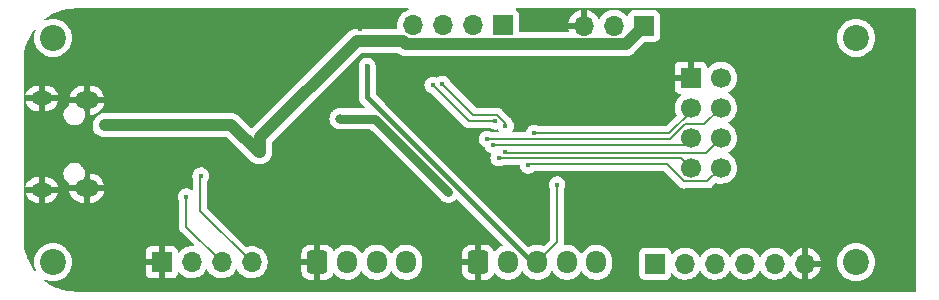
<source format=gbr>
%TF.GenerationSoftware,KiCad,Pcbnew,(6.0.11)*%
%TF.CreationDate,2023-08-09T20:09:53+02:00*%
%TF.ProjectId,Box_domotique_A,426f785f-646f-46d6-9f74-697175655f41,rev?*%
%TF.SameCoordinates,Original*%
%TF.FileFunction,Copper,L2,Bot*%
%TF.FilePolarity,Positive*%
%FSLAX46Y46*%
G04 Gerber Fmt 4.6, Leading zero omitted, Abs format (unit mm)*
G04 Created by KiCad (PCBNEW (6.0.11)) date 2023-08-09 20:09:53*
%MOMM*%
%LPD*%
G01*
G04 APERTURE LIST*
G04 Aperture macros list*
%AMRoundRect*
0 Rectangle with rounded corners*
0 $1 Rounding radius*
0 $2 $3 $4 $5 $6 $7 $8 $9 X,Y pos of 4 corners*
0 Add a 4 corners polygon primitive as box body*
4,1,4,$2,$3,$4,$5,$6,$7,$8,$9,$2,$3,0*
0 Add four circle primitives for the rounded corners*
1,1,$1+$1,$2,$3*
1,1,$1+$1,$4,$5*
1,1,$1+$1,$6,$7*
1,1,$1+$1,$8,$9*
0 Add four rect primitives between the rounded corners*
20,1,$1+$1,$2,$3,$4,$5,0*
20,1,$1+$1,$4,$5,$6,$7,0*
20,1,$1+$1,$6,$7,$8,$9,0*
20,1,$1+$1,$8,$9,$2,$3,0*%
G04 Aperture macros list end*
%TA.AperFunction,ComponentPad*%
%ADD10R,1.700000X1.700000*%
%TD*%
%TA.AperFunction,ComponentPad*%
%ADD11O,1.700000X1.700000*%
%TD*%
%TA.AperFunction,ComponentPad*%
%ADD12RoundRect,0.250000X-0.600000X-0.725000X0.600000X-0.725000X0.600000X0.725000X-0.600000X0.725000X0*%
%TD*%
%TA.AperFunction,ComponentPad*%
%ADD13O,1.700000X1.950000*%
%TD*%
%TA.AperFunction,ComponentPad*%
%ADD14O,1.800000X1.150000*%
%TD*%
%TA.AperFunction,ComponentPad*%
%ADD15O,2.000000X1.450000*%
%TD*%
%TA.AperFunction,ComponentPad*%
%ADD16C,1.700000*%
%TD*%
%TA.AperFunction,ViaPad*%
%ADD17C,2.200000*%
%TD*%
%TA.AperFunction,ViaPad*%
%ADD18C,0.800000*%
%TD*%
%TA.AperFunction,ViaPad*%
%ADD19C,0.400000*%
%TD*%
%TA.AperFunction,Conductor*%
%ADD20C,1.000000*%
%TD*%
%TA.AperFunction,Conductor*%
%ADD21C,0.800000*%
%TD*%
%TA.AperFunction,Conductor*%
%ADD22C,0.400000*%
%TD*%
%TA.AperFunction,Conductor*%
%ADD23C,0.200000*%
%TD*%
G04 APERTURE END LIST*
D10*
%TO.P,J4,1,Pin_1*%
%TO.N,+5V*%
X133030200Y-62001400D03*
D11*
%TO.P,J4,2,Pin_2*%
%TO.N,/cmd_bandeau_leds*%
X130490200Y-62001400D03*
%TO.P,J4,3,Pin_3*%
%TO.N,GND*%
X127950200Y-62001400D03*
%TD*%
D12*
%TO.P,J6,1,Pin_1*%
%TO.N,GND*%
X105393800Y-81996000D03*
D13*
%TO.P,J6,2,Pin_2*%
%TO.N,unconnected-(J6-Pad2)*%
X107893800Y-81996000D03*
%TO.P,J6,3,Pin_3*%
%TO.N,/DBG_Tx*%
X110393800Y-81996000D03*
%TO.P,J6,4,Pin_4*%
%TO.N,/DBG_Rx*%
X112893800Y-81996000D03*
%TD*%
D14*
%TO.P,J3,6,Shield*%
%TO.N,GND*%
X82050000Y-75875000D03*
D15*
X85850000Y-75725000D03*
D14*
X82050000Y-68125000D03*
D15*
X85850000Y-68275000D03*
%TD*%
D12*
%TO.P,J7,1,Pin_1*%
%TO.N,GND*%
X119000000Y-82000000D03*
D13*
%TO.P,J7,2,Pin_2*%
%TO.N,+3V3*%
X121500000Y-82000000D03*
%TO.P,J7,3,Pin_3*%
%TO.N,/RST*%
X124000000Y-82000000D03*
%TO.P,J7,4,Pin_4*%
%TO.N,/SWDCLK*%
X126500000Y-82000000D03*
%TO.P,J7,5,Pin_5*%
%TO.N,/SWDIO*%
X129000000Y-82000000D03*
%TD*%
D10*
%TO.P,J2,1,Pin_1*%
%TO.N,GND*%
X92200000Y-82000000D03*
D11*
%TO.P,J2,2,Pin_2*%
%TO.N,+5V*%
X94740000Y-82000000D03*
%TO.P,J2,3,Pin_3*%
%TO.N,/DBG_Tx*%
X97280000Y-82000000D03*
%TO.P,J2,4,Pin_4*%
%TO.N,/DBG_Rx*%
X99820000Y-82000000D03*
%TD*%
D10*
%TO.P,U4,1,GND*%
%TO.N,GND*%
X137000000Y-66375000D03*
D16*
%TO.P,U4,2,VCC*%
%TO.N,+3V3*%
X139540000Y-66375000D03*
%TO.P,U4,3,CE*%
%TO.N,/CE*%
X137000000Y-68915000D03*
%TO.P,U4,4,~{CSN}*%
%TO.N,/CSN*%
X139540000Y-68915000D03*
%TO.P,U4,5,SCK*%
%TO.N,/SCK*%
X137000000Y-71455000D03*
%TO.P,U4,6,MOSI*%
%TO.N,/MOSI*%
X139540000Y-71455000D03*
%TO.P,U4,7,MISO*%
%TO.N,/MISO*%
X137000000Y-73995000D03*
%TO.P,U4,8,IRQ*%
%TO.N,/IRQ*%
X139540000Y-73995000D03*
%TD*%
D10*
%TO.P,J5,1,Pin_1*%
%TO.N,+3V3*%
X121107200Y-61925200D03*
D11*
%TO.P,J5,2,Pin_2*%
%TO.N,GND*%
X118567200Y-61925200D03*
%TO.P,J5,3,Pin_3*%
%TO.N,/SCL*%
X116027200Y-61925200D03*
%TO.P,J5,4,Pin_4*%
%TO.N,/SDA*%
X113487200Y-61925200D03*
%TD*%
D10*
%TO.P,J1,1,Pin_1*%
%TO.N,/PC0*%
X133985000Y-82118200D03*
D11*
%TO.P,J1,2,Pin_2*%
%TO.N,/PC13*%
X136525000Y-82118200D03*
%TO.P,J1,3,Pin_3*%
%TO.N,/PC14*%
X139065000Y-82118200D03*
%TO.P,J1,4,Pin_4*%
%TO.N,/PC15*%
X141605000Y-82118200D03*
%TO.P,J1,5,Pin_5*%
%TO.N,+3V3*%
X144145000Y-82118200D03*
%TO.P,J1,6,Pin_6*%
%TO.N,GND*%
X146685000Y-82118200D03*
%TD*%
D17*
%TO.N,*%
X151000000Y-63000000D03*
X151000000Y-82000000D03*
X83000000Y-82000000D03*
X83000000Y-63000000D03*
D18*
%TO.N,+5V*%
X100406200Y-72694800D03*
X87363000Y-70396400D03*
D19*
%TO.N,GND*%
X125984000Y-67056000D03*
X133350000Y-78486000D03*
X131318000Y-80010000D03*
X86614000Y-83820000D03*
X143002000Y-72898000D03*
X86868000Y-79502000D03*
X125984000Y-61976000D03*
X137922000Y-76708000D03*
X81534000Y-79502000D03*
X127000000Y-74930000D03*
X147066000Y-65786000D03*
X148082000Y-61722000D03*
X117602000Y-79502000D03*
X113792000Y-70612000D03*
X127000000Y-79502000D03*
X133350000Y-74676000D03*
X119126000Y-70866000D03*
X143002000Y-77216000D03*
X120142000Y-76962000D03*
X134874000Y-66548000D03*
X110744000Y-84328000D03*
X137922000Y-79502000D03*
X121158000Y-65278000D03*
X100838000Y-84328000D03*
X85344000Y-61468000D03*
X114046000Y-68834000D03*
X92710000Y-61214000D03*
X115062000Y-65532000D03*
X111760000Y-66040000D03*
X130556000Y-67564000D03*
X124206000Y-68580000D03*
X90932000Y-79248000D03*
X100076000Y-69850000D03*
X120142000Y-68326000D03*
X125476000Y-65024000D03*
X107188000Y-68326000D03*
X143510000Y-61468000D03*
X148590000Y-71374000D03*
X135382000Y-62484000D03*
X96266000Y-83820000D03*
X108966000Y-62230000D03*
X134620000Y-69342000D03*
X140208000Y-61722000D03*
X89662000Y-73660000D03*
X112268000Y-68580000D03*
X115570000Y-69850000D03*
X118110000Y-74930000D03*
X100330000Y-61214000D03*
X93218000Y-65532000D03*
X140462000Y-78994000D03*
X142748000Y-64008000D03*
X110490000Y-60960000D03*
X107696000Y-76708000D03*
X129032000Y-65532000D03*
X121412000Y-78232000D03*
X154432000Y-76454000D03*
X104140000Y-75184000D03*
X115316000Y-76708000D03*
X99822000Y-66294000D03*
X154686000Y-62484000D03*
X146304000Y-84074000D03*
X121920000Y-77216000D03*
X94742000Y-68326000D03*
X108458000Y-66802000D03*
X115062000Y-83820000D03*
X148590000Y-77216000D03*
X81534000Y-72390000D03*
X145542000Y-79756000D03*
X112522000Y-79502000D03*
X81788000Y-65278000D03*
X152400000Y-66294000D03*
X129286000Y-78232000D03*
X116332000Y-72644000D03*
X121666000Y-84074000D03*
X117094000Y-83566000D03*
X127508000Y-76962000D03*
X130048000Y-75184000D03*
X154940000Y-69088000D03*
X137414000Y-64008000D03*
X133350000Y-79756000D03*
X105156000Y-61214000D03*
X143002000Y-69088000D03*
X106000000Y-64000000D03*
X107442000Y-72390000D03*
X100584000Y-80010000D03*
X118618000Y-65532000D03*
X154686000Y-84328000D03*
D18*
%TO.N,+3V3*%
X107315000Y-69850000D03*
X116479300Y-76052700D03*
D19*
%TO.N,/RST*%
X125678000Y-75439200D03*
X109601000Y-65379600D03*
%TO.N,/DBG_Tx*%
X94284800Y-76454000D03*
%TO.N,/DBG_Rx*%
X95504000Y-74676000D03*
%TO.N,/SCL*%
X115951000Y-66929000D03*
X121310400Y-70459600D03*
%TO.N,/SDA*%
X120421400Y-70053200D03*
X115163600Y-67005200D03*
%TO.N,/CSN*%
X119746200Y-71562400D03*
%TO.N,/SCK*%
X120246200Y-72087800D03*
%TO.N,/MISO*%
X120746700Y-73152000D03*
%TO.N,/MOSI*%
X121246200Y-72657400D03*
%TO.N,/IRQ*%
X123246200Y-73792400D03*
%TO.N,/CE*%
X123746200Y-71077700D03*
%TD*%
D20*
%TO.N,+5V*%
X108712000Y-63246000D02*
X112615968Y-63246000D01*
X112615968Y-63246000D02*
X112921368Y-63551400D01*
X87363000Y-70396400D02*
X98107800Y-70396400D01*
X131480200Y-63551400D02*
X133030200Y-62001400D01*
X100533200Y-71424800D02*
X108712000Y-63246000D01*
D21*
X100406200Y-72694800D02*
X100533200Y-72694800D01*
D20*
X100533200Y-72694800D02*
X100533200Y-71424800D01*
X112921368Y-63551400D02*
X131480200Y-63551400D01*
X98107800Y-70396400D02*
X100406200Y-72694800D01*
D21*
%TO.N,+3V3*%
X116479300Y-76052700D02*
X110276600Y-69850000D01*
X110276600Y-69850000D02*
X107315000Y-69850000D01*
D22*
%TO.N,/RST*%
X110607970Y-69050000D02*
X123557970Y-82000000D01*
X109601000Y-68046600D02*
X110604400Y-69050000D01*
X109601000Y-65379600D02*
X109601000Y-68046600D01*
X110604400Y-69050000D02*
X110607970Y-69050000D01*
D23*
X125678000Y-80322000D02*
X124000000Y-82000000D01*
D22*
X123557970Y-82000000D02*
X124000000Y-82000000D01*
D23*
X125678000Y-75439200D02*
X125678000Y-80322000D01*
%TO.N,/DBG_Tx*%
X94284800Y-79004800D02*
X97280000Y-82000000D01*
X94284800Y-76454000D02*
X94284800Y-79004800D01*
%TO.N,/DBG_Rx*%
X95504000Y-74676000D02*
X95440500Y-74739500D01*
X95440500Y-74739500D02*
X95440500Y-77620500D01*
X95440500Y-77620500D02*
X99820000Y-82000000D01*
%TO.N,/SCL*%
X118541800Y-69519800D02*
X120595107Y-69519800D01*
X121310400Y-70235093D02*
X121310400Y-70459600D01*
X115951000Y-66929000D02*
X118541800Y-69519800D01*
X120595107Y-69519800D02*
X121310400Y-70235093D01*
%TO.N,/SDA*%
X115163600Y-67005200D02*
X118211600Y-70053200D01*
X118211600Y-70053200D02*
X120421400Y-70053200D01*
%TO.N,/CSN*%
X138150000Y-70305000D02*
X139540000Y-68915000D01*
X119746200Y-71562400D02*
X119761000Y-71577200D01*
X119761000Y-71577200D02*
X135251454Y-71577200D01*
X135251454Y-71577200D02*
X136523654Y-70305000D01*
X136523654Y-70305000D02*
X138150000Y-70305000D01*
%TO.N,/SCK*%
X136367200Y-72087800D02*
X137000000Y-71455000D01*
X120246200Y-72087800D02*
X136367200Y-72087800D01*
%TO.N,/MISO*%
X121039093Y-73157400D02*
X136162400Y-73157400D01*
X136162400Y-73157400D02*
X137000000Y-73995000D01*
X121033693Y-73152000D02*
X121039093Y-73157400D01*
X120746700Y-73152000D02*
X121033693Y-73152000D01*
%TO.N,/MOSI*%
X121334400Y-72745600D02*
X138249400Y-72745600D01*
X138249400Y-72745600D02*
X139540000Y-71455000D01*
X121246200Y-72657400D02*
X121334400Y-72745600D01*
%TO.N,/IRQ*%
X134988300Y-73672700D02*
X136460600Y-75145000D01*
X138390000Y-75145000D02*
X139540000Y-73995000D01*
X136460600Y-75145000D02*
X138390000Y-75145000D01*
X123246200Y-73792400D02*
X123365900Y-73672700D01*
X123365900Y-73672700D02*
X134988300Y-73672700D01*
%TO.N,/CE*%
X135185268Y-71077700D02*
X137000000Y-69262968D01*
X137000000Y-69262968D02*
X137000000Y-68915000D01*
X123746200Y-71077700D02*
X135185268Y-71077700D01*
%TD*%
%TA.AperFunction,Conductor*%
%TO.N,GND*%
G36*
X113100453Y-60526806D02*
G01*
X113118759Y-60571000D01*
X113100453Y-60615194D01*
X113075676Y-60630407D01*
X112961400Y-60667758D01*
X112961398Y-60667759D01*
X112958956Y-60668557D01*
X112956679Y-60669742D01*
X112956675Y-60669744D01*
X112763086Y-60770520D01*
X112763080Y-60770524D01*
X112760807Y-60771707D01*
X112582165Y-60905835D01*
X112580396Y-60907687D01*
X112580394Y-60907688D01*
X112562264Y-60926660D01*
X112427829Y-61067338D01*
X112426383Y-61069458D01*
X112426382Y-61069459D01*
X112363447Y-61161719D01*
X112301943Y-61251880D01*
X112300860Y-61254212D01*
X112300860Y-61254213D01*
X112259720Y-61342843D01*
X112207888Y-61454505D01*
X112207204Y-61456972D01*
X112207202Y-61456977D01*
X112177970Y-61562384D01*
X112148189Y-61669770D01*
X112147917Y-61672317D01*
X112127956Y-61859102D01*
X112124451Y-61891895D01*
X112128845Y-61968095D01*
X112133782Y-62053719D01*
X112137310Y-62114915D01*
X112137874Y-62117417D01*
X112147754Y-62161260D01*
X112139612Y-62208397D01*
X112100523Y-62235971D01*
X112086783Y-62237500D01*
X108770400Y-62237500D01*
X108763650Y-62237134D01*
X108725659Y-62233007D01*
X108722612Y-62232676D01*
X108719560Y-62232943D01*
X108670192Y-62237262D01*
X108664745Y-62237500D01*
X108662231Y-62237500D01*
X108660715Y-62237649D01*
X108660708Y-62237649D01*
X108644945Y-62239195D01*
X108619028Y-62241736D01*
X108618569Y-62241778D01*
X108525587Y-62249913D01*
X108522659Y-62250764D01*
X108520604Y-62251148D01*
X108520569Y-62251153D01*
X108520292Y-62251206D01*
X108520227Y-62251222D01*
X108518208Y-62251622D01*
X108515167Y-62251920D01*
X108425811Y-62278898D01*
X108425249Y-62279063D01*
X108394535Y-62287987D01*
X108338606Y-62304236D01*
X108338604Y-62304237D01*
X108335664Y-62305091D01*
X108332946Y-62306500D01*
X108331031Y-62307266D01*
X108330966Y-62307289D01*
X108330706Y-62307395D01*
X108330666Y-62307413D01*
X108328749Y-62308203D01*
X108325831Y-62309084D01*
X108323142Y-62310514D01*
X108323139Y-62310515D01*
X108243425Y-62352899D01*
X108242856Y-62353197D01*
X108160074Y-62396108D01*
X108157686Y-62398015D01*
X108155949Y-62399142D01*
X108155894Y-62399175D01*
X108155672Y-62399321D01*
X108155631Y-62399350D01*
X108153899Y-62400501D01*
X108151204Y-62401934D01*
X108139763Y-62411265D01*
X108078885Y-62460916D01*
X108078375Y-62461327D01*
X108040401Y-62491641D01*
X108039027Y-62492738D01*
X108037551Y-62494214D01*
X108032859Y-62498454D01*
X107997938Y-62526935D01*
X107995989Y-62529291D01*
X107966806Y-62564567D01*
X107962843Y-62568922D01*
X99878894Y-70652872D01*
X99834700Y-70671178D01*
X99790506Y-70652872D01*
X98862222Y-69724588D01*
X98857707Y-69719557D01*
X98836389Y-69693043D01*
X98831832Y-69687375D01*
X98791514Y-69653544D01*
X98787494Y-69649860D01*
X98785725Y-69648091D01*
X98752311Y-69620644D01*
X98751841Y-69620254D01*
X98745032Y-69614540D01*
X98680326Y-69560246D01*
X98677643Y-69558771D01*
X98675932Y-69557599D01*
X98675881Y-69557561D01*
X98675671Y-69557418D01*
X98675623Y-69557389D01*
X98673898Y-69556234D01*
X98671539Y-69554297D01*
X98589272Y-69510186D01*
X98588845Y-69509954D01*
X98507013Y-69464967D01*
X98504102Y-69464044D01*
X98502188Y-69463223D01*
X98502151Y-69463205D01*
X98501877Y-69463090D01*
X98501831Y-69463073D01*
X98499928Y-69462281D01*
X98497237Y-69460838D01*
X98428503Y-69439824D01*
X98408061Y-69433574D01*
X98407436Y-69433379D01*
X98321415Y-69406091D01*
X98321409Y-69406090D01*
X98318494Y-69405165D01*
X98315456Y-69404824D01*
X98313427Y-69404393D01*
X98313374Y-69404379D01*
X98313099Y-69404322D01*
X98313046Y-69404314D01*
X98311023Y-69403906D01*
X98308102Y-69403013D01*
X98305064Y-69402704D01*
X98305062Y-69402704D01*
X98215325Y-69393588D01*
X98214676Y-69393519D01*
X98166307Y-69388094D01*
X98166298Y-69388094D01*
X98164573Y-69387900D01*
X98162487Y-69387900D01*
X98156171Y-69387580D01*
X98114382Y-69383335D01*
X98114380Y-69383335D01*
X98111338Y-69383026D01*
X98066904Y-69387226D01*
X98062708Y-69387623D01*
X98056826Y-69387900D01*
X87313231Y-69387900D01*
X87166167Y-69402320D01*
X86976831Y-69459484D01*
X86906751Y-69496746D01*
X86804902Y-69550899D01*
X86804899Y-69550901D01*
X86802204Y-69552334D01*
X86648938Y-69677335D01*
X86522870Y-69829725D01*
X86521419Y-69832409D01*
X86521416Y-69832413D01*
X86471373Y-69924966D01*
X86428802Y-70003699D01*
X86399560Y-70098166D01*
X86374494Y-70179143D01*
X86370318Y-70192632D01*
X86349645Y-70389325D01*
X86349921Y-70392358D01*
X86349921Y-70392362D01*
X86356072Y-70459948D01*
X86367570Y-70586288D01*
X86368432Y-70589217D01*
X86372554Y-70603222D01*
X86423410Y-70776019D01*
X86515040Y-70951290D01*
X86638968Y-71105425D01*
X86790474Y-71232554D01*
X86963787Y-71327833D01*
X87152306Y-71387635D01*
X87155344Y-71387976D01*
X87155345Y-71387976D01*
X87200920Y-71393088D01*
X87306227Y-71404900D01*
X97664177Y-71404900D01*
X97708371Y-71423206D01*
X99728274Y-73443109D01*
X99842461Y-73536902D01*
X100016763Y-73630362D01*
X100019691Y-73631257D01*
X100019693Y-73631258D01*
X100202973Y-73687293D01*
X100202976Y-73687294D01*
X100205898Y-73688187D01*
X100226011Y-73690230D01*
X100399618Y-73707865D01*
X100399620Y-73707865D01*
X100402662Y-73708174D01*
X100461549Y-73702607D01*
X100473961Y-73702672D01*
X100526125Y-73708155D01*
X100529158Y-73707879D01*
X100529162Y-73707879D01*
X100614589Y-73700104D01*
X100723088Y-73690230D01*
X100912819Y-73634390D01*
X101088090Y-73542760D01*
X101242225Y-73418832D01*
X101369354Y-73267326D01*
X101464633Y-73094013D01*
X101524435Y-72905494D01*
X101541700Y-72751573D01*
X101541700Y-71868423D01*
X101560006Y-71824229D01*
X103534235Y-69850000D01*
X106401496Y-69850000D01*
X106401838Y-69853254D01*
X106406158Y-69894356D01*
X106406500Y-69900889D01*
X106406500Y-69945487D01*
X106407182Y-69948695D01*
X106407182Y-69948696D01*
X106415772Y-69989107D01*
X106416796Y-69995567D01*
X106421458Y-70039928D01*
X106422471Y-70043045D01*
X106422471Y-70043046D01*
X106435240Y-70082345D01*
X106436933Y-70088663D01*
X106444835Y-70125836D01*
X106446206Y-70132288D01*
X106447539Y-70135282D01*
X106464348Y-70173036D01*
X106466691Y-70179140D01*
X106480473Y-70221556D01*
X106482108Y-70224389D01*
X106482109Y-70224390D01*
X106502770Y-70260176D01*
X106505739Y-70266005D01*
X106522546Y-70303752D01*
X106523882Y-70306752D01*
X106525809Y-70309404D01*
X106550096Y-70342832D01*
X106553660Y-70348319D01*
X106574322Y-70384108D01*
X106574325Y-70384112D01*
X106575960Y-70386944D01*
X106597981Y-70411400D01*
X106605800Y-70420084D01*
X106609914Y-70425164D01*
X106636134Y-70461253D01*
X106638566Y-70463443D01*
X106638568Y-70463445D01*
X106669278Y-70491097D01*
X106673903Y-70495722D01*
X106701555Y-70526432D01*
X106703747Y-70528866D01*
X106739836Y-70555086D01*
X106744916Y-70559200D01*
X106775000Y-70586288D01*
X106778056Y-70589040D01*
X106780888Y-70590675D01*
X106780892Y-70590678D01*
X106816681Y-70611340D01*
X106822168Y-70614904D01*
X106858248Y-70641118D01*
X106861246Y-70642453D01*
X106861248Y-70642454D01*
X106898995Y-70659261D01*
X106904824Y-70662230D01*
X106920323Y-70671178D01*
X106943444Y-70684527D01*
X106985860Y-70698309D01*
X106991961Y-70700651D01*
X107032712Y-70718794D01*
X107076340Y-70728068D01*
X107082653Y-70729759D01*
X107125072Y-70743542D01*
X107169433Y-70748204D01*
X107175891Y-70749228D01*
X107196098Y-70753523D01*
X107216304Y-70757818D01*
X107216305Y-70757818D01*
X107219513Y-70758500D01*
X109874399Y-70758500D01*
X109918593Y-70776806D01*
X115818910Y-76677123D01*
X115821163Y-76679496D01*
X115868047Y-76731566D01*
X115924722Y-76772743D01*
X115927317Y-76774734D01*
X115981769Y-76818829D01*
X115996975Y-76826577D01*
X115998759Y-76827486D01*
X116007118Y-76832608D01*
X116022548Y-76843818D01*
X116025538Y-76845149D01*
X116025541Y-76845151D01*
X116086550Y-76872314D01*
X116089503Y-76873722D01*
X116151930Y-76905529D01*
X116170350Y-76910464D01*
X116179586Y-76913735D01*
X116197012Y-76921494D01*
X116228764Y-76928243D01*
X116265549Y-76936062D01*
X116268731Y-76936826D01*
X116336396Y-76954957D01*
X116339673Y-76955129D01*
X116339675Y-76955129D01*
X116344627Y-76955388D01*
X116355437Y-76955955D01*
X116365149Y-76957233D01*
X116383813Y-76961200D01*
X116453888Y-76961200D01*
X116457159Y-76961286D01*
X116527109Y-76964952D01*
X116545943Y-76961969D01*
X116555720Y-76961200D01*
X116574787Y-76961200D01*
X116577992Y-76960519D01*
X116577999Y-76960518D01*
X116643312Y-76946635D01*
X116646529Y-76946039D01*
X116712493Y-76935591D01*
X116712502Y-76935589D01*
X116715732Y-76935077D01*
X116733541Y-76928240D01*
X116742937Y-76925458D01*
X116761588Y-76921494D01*
X116825607Y-76892991D01*
X116828611Y-76891747D01*
X116894022Y-76866638D01*
X116910016Y-76856251D01*
X116918630Y-76851575D01*
X116933061Y-76845150D01*
X116933064Y-76845148D01*
X116936052Y-76843818D01*
X116992744Y-76802629D01*
X116995438Y-76800778D01*
X117051437Y-76764412D01*
X117051438Y-76764411D01*
X117054187Y-76762626D01*
X117067671Y-76749142D01*
X117075128Y-76742773D01*
X117087903Y-76733491D01*
X117090553Y-76731566D01*
X117137437Y-76679496D01*
X117139681Y-76677133D01*
X117142213Y-76674601D01*
X117186407Y-76656295D01*
X117230601Y-76674601D01*
X121052970Y-80496970D01*
X121071276Y-80541164D01*
X121052970Y-80585358D01*
X121031733Y-80599295D01*
X120893779Y-80653776D01*
X120696683Y-80773377D01*
X120522555Y-80924477D01*
X120503121Y-80948178D01*
X120423468Y-81045322D01*
X120381291Y-81067889D01*
X120335509Y-81054023D01*
X120315850Y-81025472D01*
X120292245Y-80954716D01*
X120289182Y-80948178D01*
X120199990Y-80804047D01*
X120195518Y-80798404D01*
X120075559Y-80678654D01*
X120069898Y-80674183D01*
X119925615Y-80585247D01*
X119919081Y-80582200D01*
X119757996Y-80528770D01*
X119751368Y-80527349D01*
X119651948Y-80517162D01*
X119648766Y-80517000D01*
X119266431Y-80517000D01*
X119257641Y-80520641D01*
X119254000Y-80529431D01*
X119254000Y-83470568D01*
X119257641Y-83479358D01*
X119266431Y-83482999D01*
X119648752Y-83482999D01*
X119651966Y-83482833D01*
X119752664Y-83472385D01*
X119759301Y-83470952D01*
X119920286Y-83417244D01*
X119926822Y-83414182D01*
X120070953Y-83324990D01*
X120076596Y-83320518D01*
X120196346Y-83200559D01*
X120200817Y-83194898D01*
X120289753Y-83050615D01*
X120292799Y-83044084D01*
X120314856Y-82977586D01*
X120346145Y-82941403D01*
X120393855Y-82937941D01*
X120426022Y-82962357D01*
X120437441Y-82979319D01*
X120439265Y-82981231D01*
X120439269Y-82981236D01*
X120568431Y-83116632D01*
X120596576Y-83146135D01*
X120598696Y-83147712D01*
X120598699Y-83147715D01*
X120779414Y-83282171D01*
X120781542Y-83283754D01*
X120783901Y-83284953D01*
X120783902Y-83284954D01*
X120984700Y-83387045D01*
X120984703Y-83387046D01*
X120987051Y-83388240D01*
X121085518Y-83418815D01*
X121204698Y-83455822D01*
X121204701Y-83455823D01*
X121207227Y-83456607D01*
X121435774Y-83486898D01*
X121666158Y-83478249D01*
X121668743Y-83477707D01*
X121668748Y-83477706D01*
X121889198Y-83431451D01*
X121889197Y-83431451D01*
X121891791Y-83430907D01*
X121904384Y-83425934D01*
X122000159Y-83388110D01*
X122106221Y-83346224D01*
X122303317Y-83226623D01*
X122477445Y-83075523D01*
X122539693Y-82999606D01*
X122621946Y-82899292D01*
X122621948Y-82899289D01*
X122623624Y-82897245D01*
X122630992Y-82884301D01*
X122693574Y-82774361D01*
X122731345Y-82745010D01*
X122778809Y-82750964D01*
X122804875Y-82779609D01*
X122808688Y-82788075D01*
X122937441Y-82979319D01*
X122939265Y-82981231D01*
X122939269Y-82981236D01*
X123068431Y-83116632D01*
X123096576Y-83146135D01*
X123098696Y-83147712D01*
X123098699Y-83147715D01*
X123279414Y-83282171D01*
X123281542Y-83283754D01*
X123283901Y-83284953D01*
X123283902Y-83284954D01*
X123484700Y-83387045D01*
X123484703Y-83387046D01*
X123487051Y-83388240D01*
X123585518Y-83418815D01*
X123704698Y-83455822D01*
X123704701Y-83455823D01*
X123707227Y-83456607D01*
X123935774Y-83486898D01*
X124166158Y-83478249D01*
X124168743Y-83477707D01*
X124168748Y-83477706D01*
X124389198Y-83431451D01*
X124389197Y-83431451D01*
X124391791Y-83430907D01*
X124404384Y-83425934D01*
X124500159Y-83388110D01*
X124606221Y-83346224D01*
X124803317Y-83226623D01*
X124977445Y-83075523D01*
X125039693Y-82999606D01*
X125121946Y-82899292D01*
X125121948Y-82899289D01*
X125123624Y-82897245D01*
X125130992Y-82884301D01*
X125193574Y-82774361D01*
X125231345Y-82745010D01*
X125278809Y-82750964D01*
X125304875Y-82779609D01*
X125308688Y-82788075D01*
X125437441Y-82979319D01*
X125439265Y-82981231D01*
X125439269Y-82981236D01*
X125568431Y-83116632D01*
X125596576Y-83146135D01*
X125598696Y-83147712D01*
X125598699Y-83147715D01*
X125779414Y-83282171D01*
X125781542Y-83283754D01*
X125783901Y-83284953D01*
X125783902Y-83284954D01*
X125984700Y-83387045D01*
X125984703Y-83387046D01*
X125987051Y-83388240D01*
X126085518Y-83418815D01*
X126204698Y-83455822D01*
X126204701Y-83455823D01*
X126207227Y-83456607D01*
X126435774Y-83486898D01*
X126666158Y-83478249D01*
X126668743Y-83477707D01*
X126668748Y-83477706D01*
X126889198Y-83431451D01*
X126889197Y-83431451D01*
X126891791Y-83430907D01*
X126904384Y-83425934D01*
X127000159Y-83388110D01*
X127106221Y-83346224D01*
X127303317Y-83226623D01*
X127477445Y-83075523D01*
X127539693Y-82999606D01*
X127621946Y-82899292D01*
X127621948Y-82899289D01*
X127623624Y-82897245D01*
X127630992Y-82884301D01*
X127693574Y-82774361D01*
X127731345Y-82745010D01*
X127778809Y-82750964D01*
X127804875Y-82779609D01*
X127808688Y-82788075D01*
X127937441Y-82979319D01*
X127939265Y-82981231D01*
X127939269Y-82981236D01*
X128068431Y-83116632D01*
X128096576Y-83146135D01*
X128098696Y-83147712D01*
X128098699Y-83147715D01*
X128279414Y-83282171D01*
X128281542Y-83283754D01*
X128283901Y-83284953D01*
X128283902Y-83284954D01*
X128484700Y-83387045D01*
X128484703Y-83387046D01*
X128487051Y-83388240D01*
X128585518Y-83418815D01*
X128704698Y-83455822D01*
X128704701Y-83455823D01*
X128707227Y-83456607D01*
X128935774Y-83486898D01*
X129166158Y-83478249D01*
X129168743Y-83477707D01*
X129168748Y-83477706D01*
X129389198Y-83431451D01*
X129389197Y-83431451D01*
X129391791Y-83430907D01*
X129404384Y-83425934D01*
X129500159Y-83388110D01*
X129606221Y-83346224D01*
X129803317Y-83226623D01*
X129977445Y-83075523D01*
X130025977Y-83016334D01*
X132626500Y-83016334D01*
X132633255Y-83078516D01*
X132634630Y-83082183D01*
X132634630Y-83082184D01*
X132679396Y-83201596D01*
X132684385Y-83214905D01*
X132687056Y-83218469D01*
X132690169Y-83222623D01*
X132771739Y-83331461D01*
X132793810Y-83348002D01*
X132881604Y-83413800D01*
X132888295Y-83418815D01*
X132892464Y-83420378D01*
X132892466Y-83420379D01*
X133016700Y-83466952D01*
X133024684Y-83469945D01*
X133086866Y-83476700D01*
X134883134Y-83476700D01*
X134945316Y-83469945D01*
X134953300Y-83466952D01*
X135077534Y-83420379D01*
X135077536Y-83420378D01*
X135081705Y-83418815D01*
X135088397Y-83413800D01*
X135176190Y-83348002D01*
X135198261Y-83331461D01*
X135279831Y-83222623D01*
X135282944Y-83218469D01*
X135285615Y-83214905D01*
X135290605Y-83201596D01*
X135335370Y-83082184D01*
X135335370Y-83082183D01*
X135336745Y-83078516D01*
X135343500Y-83016334D01*
X135343500Y-82996826D01*
X135361806Y-82952632D01*
X135406000Y-82934326D01*
X135453241Y-82955905D01*
X135571250Y-83092138D01*
X135573217Y-83093771D01*
X135712426Y-83209344D01*
X135743126Y-83234832D01*
X135745337Y-83236124D01*
X135933009Y-83345790D01*
X135936000Y-83347538D01*
X135938395Y-83348453D01*
X135938398Y-83348454D01*
X136044635Y-83389022D01*
X136144692Y-83427230D01*
X136147203Y-83427741D01*
X136147207Y-83427742D01*
X136361084Y-83471256D01*
X136361087Y-83471256D01*
X136363597Y-83471767D01*
X136366157Y-83471861D01*
X136366158Y-83471861D01*
X136584267Y-83479859D01*
X136584270Y-83479859D01*
X136586837Y-83479953D01*
X136591482Y-83479358D01*
X136805867Y-83451895D01*
X136805872Y-83451894D01*
X136808416Y-83451568D01*
X136810876Y-83450830D01*
X137019932Y-83388110D01*
X137019936Y-83388108D01*
X137022384Y-83387374D01*
X137024680Y-83386249D01*
X137024683Y-83386248D01*
X137158854Y-83320518D01*
X137222994Y-83289096D01*
X137322010Y-83218469D01*
X137402773Y-83160862D01*
X137402776Y-83160860D01*
X137404860Y-83159373D01*
X137563096Y-83001689D01*
X137566591Y-82996826D01*
X137618252Y-82924931D01*
X137693453Y-82820277D01*
X137694720Y-82817715D01*
X137736560Y-82733056D01*
X137772552Y-82701547D01*
X137820282Y-82704718D01*
X137848024Y-82732220D01*
X137848266Y-82732816D01*
X137849605Y-82735001D01*
X137849607Y-82735005D01*
X137883478Y-82790277D01*
X137964987Y-82923288D01*
X137966664Y-82925224D01*
X137966667Y-82925228D01*
X138031096Y-82999606D01*
X138111250Y-83092138D01*
X138113217Y-83093771D01*
X138252426Y-83209344D01*
X138283126Y-83234832D01*
X138285337Y-83236124D01*
X138473009Y-83345790D01*
X138476000Y-83347538D01*
X138478395Y-83348453D01*
X138478398Y-83348454D01*
X138584635Y-83389022D01*
X138684692Y-83427230D01*
X138687203Y-83427741D01*
X138687207Y-83427742D01*
X138901084Y-83471256D01*
X138901087Y-83471256D01*
X138903597Y-83471767D01*
X138906157Y-83471861D01*
X138906158Y-83471861D01*
X139124267Y-83479859D01*
X139124270Y-83479859D01*
X139126837Y-83479953D01*
X139131482Y-83479358D01*
X139345867Y-83451895D01*
X139345872Y-83451894D01*
X139348416Y-83451568D01*
X139350876Y-83450830D01*
X139559932Y-83388110D01*
X139559936Y-83388108D01*
X139562384Y-83387374D01*
X139564680Y-83386249D01*
X139564683Y-83386248D01*
X139698854Y-83320518D01*
X139762994Y-83289096D01*
X139862010Y-83218469D01*
X139942773Y-83160862D01*
X139942776Y-83160860D01*
X139944860Y-83159373D01*
X140103096Y-83001689D01*
X140106591Y-82996826D01*
X140158252Y-82924931D01*
X140233453Y-82820277D01*
X140234720Y-82817715D01*
X140276560Y-82733056D01*
X140312552Y-82701547D01*
X140360282Y-82704718D01*
X140388024Y-82732220D01*
X140388266Y-82732816D01*
X140389605Y-82735001D01*
X140389607Y-82735005D01*
X140423478Y-82790277D01*
X140504987Y-82923288D01*
X140506664Y-82925224D01*
X140506667Y-82925228D01*
X140571096Y-82999606D01*
X140651250Y-83092138D01*
X140653217Y-83093771D01*
X140792426Y-83209344D01*
X140823126Y-83234832D01*
X140825337Y-83236124D01*
X141013009Y-83345790D01*
X141016000Y-83347538D01*
X141018395Y-83348453D01*
X141018398Y-83348454D01*
X141124635Y-83389022D01*
X141224692Y-83427230D01*
X141227203Y-83427741D01*
X141227207Y-83427742D01*
X141441084Y-83471256D01*
X141441087Y-83471256D01*
X141443597Y-83471767D01*
X141446157Y-83471861D01*
X141446158Y-83471861D01*
X141664267Y-83479859D01*
X141664270Y-83479859D01*
X141666837Y-83479953D01*
X141671482Y-83479358D01*
X141885867Y-83451895D01*
X141885872Y-83451894D01*
X141888416Y-83451568D01*
X141890876Y-83450830D01*
X142099932Y-83388110D01*
X142099936Y-83388108D01*
X142102384Y-83387374D01*
X142104680Y-83386249D01*
X142104683Y-83386248D01*
X142238854Y-83320518D01*
X142302994Y-83289096D01*
X142402010Y-83218469D01*
X142482773Y-83160862D01*
X142482776Y-83160860D01*
X142484860Y-83159373D01*
X142643096Y-83001689D01*
X142646591Y-82996826D01*
X142698252Y-82924931D01*
X142773453Y-82820277D01*
X142774720Y-82817715D01*
X142816560Y-82733056D01*
X142852552Y-82701547D01*
X142900282Y-82704718D01*
X142928024Y-82732220D01*
X142928266Y-82732816D01*
X142929605Y-82735001D01*
X142929607Y-82735005D01*
X142963478Y-82790277D01*
X143044987Y-82923288D01*
X143046664Y-82925224D01*
X143046667Y-82925228D01*
X143111096Y-82999606D01*
X143191250Y-83092138D01*
X143193217Y-83093771D01*
X143332426Y-83209344D01*
X143363126Y-83234832D01*
X143365337Y-83236124D01*
X143553009Y-83345790D01*
X143556000Y-83347538D01*
X143558395Y-83348453D01*
X143558398Y-83348454D01*
X143664635Y-83389022D01*
X143764692Y-83427230D01*
X143767203Y-83427741D01*
X143767207Y-83427742D01*
X143981084Y-83471256D01*
X143981087Y-83471256D01*
X143983597Y-83471767D01*
X143986157Y-83471861D01*
X143986158Y-83471861D01*
X144204267Y-83479859D01*
X144204270Y-83479859D01*
X144206837Y-83479953D01*
X144211482Y-83479358D01*
X144425867Y-83451895D01*
X144425872Y-83451894D01*
X144428416Y-83451568D01*
X144430876Y-83450830D01*
X144639932Y-83388110D01*
X144639936Y-83388108D01*
X144642384Y-83387374D01*
X144644680Y-83386249D01*
X144644683Y-83386248D01*
X144778854Y-83320518D01*
X144842994Y-83289096D01*
X144942010Y-83218469D01*
X145022773Y-83160862D01*
X145022776Y-83160860D01*
X145024860Y-83159373D01*
X145183096Y-83001689D01*
X145186591Y-82996826D01*
X145238252Y-82924931D01*
X145313453Y-82820277D01*
X145314720Y-82817715D01*
X145356838Y-82732494D01*
X145392830Y-82700985D01*
X145440560Y-82704156D01*
X145468655Y-82732006D01*
X145470057Y-82734782D01*
X145584051Y-82920802D01*
X145587072Y-82924931D01*
X145729917Y-83089835D01*
X145733580Y-83093422D01*
X145901437Y-83232780D01*
X145905631Y-83235717D01*
X146093999Y-83345790D01*
X146098615Y-83348002D01*
X146302442Y-83425835D01*
X146307343Y-83427259D01*
X146418817Y-83449938D01*
X146428158Y-83448123D01*
X146431000Y-83443909D01*
X146431000Y-83442401D01*
X146939000Y-83442401D01*
X146942641Y-83451191D01*
X146948495Y-83453616D01*
X146965762Y-83451404D01*
X146970772Y-83450339D01*
X147179749Y-83387643D01*
X147184499Y-83385781D01*
X147380436Y-83289792D01*
X147384824Y-83287176D01*
X147562449Y-83160478D01*
X147566352Y-83157180D01*
X147720897Y-83003173D01*
X147724210Y-82999280D01*
X147851522Y-82822106D01*
X147854161Y-82817715D01*
X147950825Y-82622130D01*
X147952710Y-82617370D01*
X148016136Y-82408613D01*
X148017215Y-82403620D01*
X148019728Y-82384526D01*
X148017266Y-82375335D01*
X148011835Y-82372200D01*
X146951431Y-82372200D01*
X146942641Y-82375841D01*
X146939000Y-82384631D01*
X146939000Y-83442401D01*
X146431000Y-83442401D01*
X146431000Y-82000000D01*
X149386526Y-82000000D01*
X149406391Y-82252403D01*
X149465495Y-82498591D01*
X149466437Y-82500865D01*
X149561441Y-82730227D01*
X149561445Y-82730234D01*
X149562384Y-82732502D01*
X149563669Y-82734598D01*
X149563670Y-82734601D01*
X149679298Y-82923288D01*
X149694672Y-82948376D01*
X149696265Y-82950241D01*
X149696267Y-82950244D01*
X149824194Y-83100026D01*
X149859102Y-83140898D01*
X149860966Y-83142490D01*
X150049756Y-83303733D01*
X150049759Y-83303735D01*
X150051624Y-83305328D01*
X150053717Y-83306611D01*
X150053719Y-83306612D01*
X150257438Y-83431451D01*
X150267498Y-83437616D01*
X150269766Y-83438555D01*
X150269773Y-83438559D01*
X150474673Y-83523431D01*
X150501409Y-83534505D01*
X150747597Y-83593609D01*
X151000000Y-83613474D01*
X151252403Y-83593609D01*
X151498591Y-83534505D01*
X151525327Y-83523431D01*
X151730227Y-83438559D01*
X151730234Y-83438555D01*
X151732502Y-83437616D01*
X151742563Y-83431451D01*
X151946281Y-83306612D01*
X151946283Y-83306611D01*
X151948376Y-83305328D01*
X151950241Y-83303735D01*
X151950244Y-83303733D01*
X152139034Y-83142490D01*
X152140898Y-83140898D01*
X152175806Y-83100026D01*
X152303733Y-82950244D01*
X152303735Y-82950241D01*
X152305328Y-82948376D01*
X152320702Y-82923288D01*
X152436330Y-82734601D01*
X152436331Y-82734598D01*
X152437616Y-82732502D01*
X152438555Y-82730234D01*
X152438559Y-82730227D01*
X152533563Y-82500865D01*
X152534505Y-82498591D01*
X152593609Y-82252403D01*
X152613474Y-82000000D01*
X152593609Y-81747597D01*
X152534505Y-81501409D01*
X152510209Y-81442754D01*
X152438559Y-81269773D01*
X152438555Y-81269766D01*
X152437616Y-81267498D01*
X152433229Y-81260338D01*
X152306612Y-81053719D01*
X152306611Y-81053717D01*
X152305328Y-81051624D01*
X152296530Y-81041322D01*
X152142490Y-80860966D01*
X152140898Y-80859102D01*
X152090457Y-80816021D01*
X151950244Y-80696267D01*
X151950241Y-80696265D01*
X151948376Y-80694672D01*
X151939716Y-80689365D01*
X151734601Y-80563670D01*
X151734598Y-80563669D01*
X151732502Y-80562384D01*
X151730234Y-80561445D01*
X151730227Y-80561441D01*
X151500865Y-80466437D01*
X151500866Y-80466437D01*
X151498591Y-80465495D01*
X151252403Y-80406391D01*
X151000000Y-80386526D01*
X150747597Y-80406391D01*
X150501409Y-80465495D01*
X150499134Y-80466437D01*
X150499135Y-80466437D01*
X150269773Y-80561441D01*
X150269766Y-80561445D01*
X150267498Y-80562384D01*
X150265402Y-80563669D01*
X150265399Y-80563670D01*
X150060284Y-80689365D01*
X150051624Y-80694672D01*
X150049759Y-80696265D01*
X150049756Y-80696267D01*
X149909543Y-80816021D01*
X149859102Y-80859102D01*
X149857510Y-80860966D01*
X149703471Y-81041322D01*
X149694672Y-81051624D01*
X149693389Y-81053717D01*
X149693388Y-81053719D01*
X149566772Y-81260338D01*
X149562384Y-81267498D01*
X149561445Y-81269766D01*
X149561441Y-81269773D01*
X149489791Y-81442754D01*
X149465495Y-81501409D01*
X149406391Y-81747597D01*
X149386526Y-82000000D01*
X146431000Y-82000000D01*
X146431000Y-81851769D01*
X146939000Y-81851769D01*
X146942641Y-81860559D01*
X146951431Y-81864200D01*
X148009028Y-81864200D01*
X148017818Y-81860559D01*
X148019515Y-81856461D01*
X147975580Y-81681550D01*
X147973932Y-81676710D01*
X147886937Y-81476635D01*
X147884514Y-81472117D01*
X147766013Y-81288941D01*
X147762889Y-81284884D01*
X147616057Y-81123518D01*
X147612314Y-81120027D01*
X147441091Y-80984805D01*
X147436834Y-80981977D01*
X147245831Y-80876537D01*
X147241166Y-80874440D01*
X147035503Y-80801611D01*
X147030555Y-80800303D01*
X146951239Y-80786175D01*
X146941947Y-80788218D01*
X146939000Y-80792826D01*
X146939000Y-81851769D01*
X146431000Y-81851769D01*
X146431000Y-80795618D01*
X146427359Y-80786828D01*
X146421922Y-80784576D01*
X146371745Y-80792255D01*
X146366766Y-80793441D01*
X146159394Y-80861220D01*
X146154669Y-80863206D01*
X145961153Y-80963944D01*
X145956819Y-80966674D01*
X145782348Y-81097671D01*
X145778527Y-81101063D01*
X145627793Y-81258798D01*
X145624572Y-81262775D01*
X145501629Y-81443002D01*
X145499096Y-81447461D01*
X145472815Y-81504078D01*
X145437603Y-81536456D01*
X145389810Y-81534453D01*
X145358809Y-81502684D01*
X145347382Y-81476402D01*
X145347377Y-81476392D01*
X145346354Y-81474040D01*
X145225014Y-81286477D01*
X145074670Y-81121251D01*
X145072659Y-81119663D01*
X145072656Y-81119660D01*
X144901376Y-80984391D01*
X144899359Y-80982798D01*
X144703789Y-80874838D01*
X144493212Y-80800269D01*
X144490689Y-80799820D01*
X144490683Y-80799818D01*
X144349652Y-80774697D01*
X144273284Y-80761094D01*
X144150395Y-80759593D01*
X144052479Y-80758396D01*
X144052474Y-80758396D01*
X144049911Y-80758365D01*
X144047376Y-80758753D01*
X144047375Y-80758753D01*
X144032279Y-80761063D01*
X143829091Y-80792155D01*
X143826651Y-80792953D01*
X143826649Y-80792953D01*
X143619200Y-80860758D01*
X143619198Y-80860759D01*
X143616756Y-80861557D01*
X143614479Y-80862742D01*
X143614475Y-80862744D01*
X143420886Y-80963520D01*
X143420880Y-80963524D01*
X143418607Y-80964707D01*
X143239965Y-81098835D01*
X143238196Y-81100687D01*
X143238194Y-81100688D01*
X143187042Y-81154216D01*
X143085629Y-81260338D01*
X143084188Y-81262451D01*
X143084182Y-81262459D01*
X142976248Y-81420685D01*
X142959743Y-81444880D01*
X142932912Y-81502684D01*
X142932549Y-81503465D01*
X142897338Y-81535843D01*
X142849544Y-81533840D01*
X142818543Y-81502072D01*
X142807380Y-81476398D01*
X142807376Y-81476391D01*
X142806354Y-81474040D01*
X142685014Y-81286477D01*
X142534670Y-81121251D01*
X142532659Y-81119663D01*
X142532656Y-81119660D01*
X142361376Y-80984391D01*
X142359359Y-80982798D01*
X142163789Y-80874838D01*
X141953212Y-80800269D01*
X141950689Y-80799820D01*
X141950683Y-80799818D01*
X141809652Y-80774697D01*
X141733284Y-80761094D01*
X141610395Y-80759593D01*
X141512479Y-80758396D01*
X141512474Y-80758396D01*
X141509911Y-80758365D01*
X141507376Y-80758753D01*
X141507375Y-80758753D01*
X141492279Y-80761063D01*
X141289091Y-80792155D01*
X141286651Y-80792953D01*
X141286649Y-80792953D01*
X141079200Y-80860758D01*
X141079198Y-80860759D01*
X141076756Y-80861557D01*
X141074479Y-80862742D01*
X141074475Y-80862744D01*
X140880886Y-80963520D01*
X140880880Y-80963524D01*
X140878607Y-80964707D01*
X140699965Y-81098835D01*
X140698196Y-81100687D01*
X140698194Y-81100688D01*
X140647042Y-81154216D01*
X140545629Y-81260338D01*
X140544188Y-81262451D01*
X140544182Y-81262459D01*
X140436248Y-81420685D01*
X140419743Y-81444880D01*
X140392912Y-81502684D01*
X140392549Y-81503465D01*
X140357338Y-81535843D01*
X140309544Y-81533840D01*
X140278543Y-81502072D01*
X140267380Y-81476398D01*
X140267376Y-81476391D01*
X140266354Y-81474040D01*
X140145014Y-81286477D01*
X139994670Y-81121251D01*
X139992659Y-81119663D01*
X139992656Y-81119660D01*
X139821376Y-80984391D01*
X139819359Y-80982798D01*
X139623789Y-80874838D01*
X139413212Y-80800269D01*
X139410689Y-80799820D01*
X139410683Y-80799818D01*
X139269652Y-80774697D01*
X139193284Y-80761094D01*
X139070395Y-80759593D01*
X138972479Y-80758396D01*
X138972474Y-80758396D01*
X138969911Y-80758365D01*
X138967376Y-80758753D01*
X138967375Y-80758753D01*
X138952279Y-80761063D01*
X138749091Y-80792155D01*
X138746651Y-80792953D01*
X138746649Y-80792953D01*
X138539200Y-80860758D01*
X138539198Y-80860759D01*
X138536756Y-80861557D01*
X138534479Y-80862742D01*
X138534475Y-80862744D01*
X138340886Y-80963520D01*
X138340880Y-80963524D01*
X138338607Y-80964707D01*
X138159965Y-81098835D01*
X138158196Y-81100687D01*
X138158194Y-81100688D01*
X138107042Y-81154216D01*
X138005629Y-81260338D01*
X138004188Y-81262451D01*
X138004182Y-81262459D01*
X137896248Y-81420685D01*
X137879743Y-81444880D01*
X137852912Y-81502684D01*
X137852549Y-81503465D01*
X137817338Y-81535843D01*
X137769544Y-81533840D01*
X137738543Y-81502072D01*
X137727380Y-81476398D01*
X137727376Y-81476391D01*
X137726354Y-81474040D01*
X137605014Y-81286477D01*
X137454670Y-81121251D01*
X137452659Y-81119663D01*
X137452656Y-81119660D01*
X137281376Y-80984391D01*
X137279359Y-80982798D01*
X137083789Y-80874838D01*
X136873212Y-80800269D01*
X136870689Y-80799820D01*
X136870683Y-80799818D01*
X136729652Y-80774697D01*
X136653284Y-80761094D01*
X136530395Y-80759593D01*
X136432479Y-80758396D01*
X136432474Y-80758396D01*
X136429911Y-80758365D01*
X136427376Y-80758753D01*
X136427375Y-80758753D01*
X136412279Y-80761063D01*
X136209091Y-80792155D01*
X136206651Y-80792953D01*
X136206649Y-80792953D01*
X135999200Y-80860758D01*
X135999198Y-80860759D01*
X135996756Y-80861557D01*
X135994479Y-80862742D01*
X135994475Y-80862744D01*
X135800886Y-80963520D01*
X135800880Y-80963524D01*
X135798607Y-80964707D01*
X135619965Y-81098835D01*
X135618196Y-81100687D01*
X135618194Y-81100688D01*
X135567042Y-81154216D01*
X135465629Y-81260338D01*
X135457630Y-81272065D01*
X135417605Y-81298256D01*
X135370780Y-81288475D01*
X135344587Y-81248448D01*
X135343500Y-81236843D01*
X135343500Y-81220066D01*
X135336745Y-81157884D01*
X135326660Y-81130981D01*
X135287179Y-81025666D01*
X135287178Y-81025664D01*
X135285615Y-81021495D01*
X135198261Y-80904939D01*
X135122354Y-80848050D01*
X135085269Y-80820256D01*
X135081705Y-80817585D01*
X135077536Y-80816022D01*
X135077534Y-80816021D01*
X134948984Y-80767830D01*
X134948983Y-80767830D01*
X134945316Y-80766455D01*
X134883134Y-80759700D01*
X133086866Y-80759700D01*
X133024684Y-80766455D01*
X133021017Y-80767830D01*
X133021016Y-80767830D01*
X132892466Y-80816021D01*
X132892464Y-80816022D01*
X132888295Y-80817585D01*
X132884731Y-80820256D01*
X132847646Y-80848050D01*
X132771739Y-80904939D01*
X132684385Y-81021495D01*
X132682822Y-81025664D01*
X132682821Y-81025666D01*
X132643340Y-81130981D01*
X132633255Y-81157884D01*
X132626500Y-81220066D01*
X132626500Y-83016334D01*
X130025977Y-83016334D01*
X130039693Y-82999606D01*
X130121946Y-82899292D01*
X130121948Y-82899289D01*
X130123624Y-82897245D01*
X130131455Y-82883489D01*
X130170128Y-82815549D01*
X130237675Y-82696886D01*
X130240032Y-82690394D01*
X130277736Y-82586518D01*
X130316337Y-82480175D01*
X130357361Y-82253308D01*
X130357520Y-82249948D01*
X130358466Y-82229886D01*
X130358466Y-82229868D01*
X130358500Y-82229156D01*
X130358500Y-81817110D01*
X130358161Y-81813110D01*
X130344144Y-81647915D01*
X130344143Y-81647910D01*
X130343920Y-81645280D01*
X130339852Y-81629606D01*
X130286665Y-81424685D01*
X130286664Y-81424681D01*
X130286001Y-81422128D01*
X130191312Y-81211925D01*
X130062559Y-81020681D01*
X130060735Y-81018769D01*
X130060731Y-81018764D01*
X129905249Y-80855778D01*
X129905248Y-80855778D01*
X129903424Y-80853865D01*
X129901304Y-80852288D01*
X129901301Y-80852285D01*
X129720586Y-80717829D01*
X129720584Y-80717828D01*
X129718458Y-80716246D01*
X129710591Y-80712246D01*
X129515300Y-80612955D01*
X129515297Y-80612954D01*
X129512949Y-80611760D01*
X129366110Y-80566165D01*
X129295302Y-80544178D01*
X129295299Y-80544177D01*
X129292773Y-80543393D01*
X129064226Y-80513102D01*
X128833842Y-80521751D01*
X128831257Y-80522293D01*
X128831252Y-80522294D01*
X128644679Y-80561441D01*
X128608209Y-80569093D01*
X128393779Y-80653776D01*
X128196683Y-80773377D01*
X128022555Y-80924477D01*
X128003121Y-80948178D01*
X127878071Y-81100688D01*
X127876376Y-81102755D01*
X127875067Y-81105054D01*
X127875066Y-81105056D01*
X127806426Y-81225639D01*
X127768655Y-81254990D01*
X127721191Y-81249036D01*
X127695125Y-81220391D01*
X127691312Y-81211925D01*
X127562559Y-81020681D01*
X127560735Y-81018769D01*
X127560731Y-81018764D01*
X127405249Y-80855778D01*
X127405248Y-80855778D01*
X127403424Y-80853865D01*
X127401304Y-80852288D01*
X127401301Y-80852285D01*
X127220586Y-80717829D01*
X127220584Y-80717828D01*
X127218458Y-80716246D01*
X127210591Y-80712246D01*
X127015300Y-80612955D01*
X127015297Y-80612954D01*
X127012949Y-80611760D01*
X126866110Y-80566165D01*
X126795302Y-80544178D01*
X126795299Y-80544177D01*
X126792773Y-80543393D01*
X126564226Y-80513102D01*
X126387160Y-80519749D01*
X126339086Y-80521554D01*
X126294236Y-80504919D01*
X126274285Y-80461443D01*
X126274776Y-80450940D01*
X126286500Y-80361885D01*
X126286500Y-80361878D01*
X126291215Y-80326064D01*
X126291750Y-80322000D01*
X126287035Y-80286184D01*
X126286500Y-80278027D01*
X126286500Y-75826709D01*
X126298246Y-75790237D01*
X126301221Y-75786098D01*
X126301226Y-75786089D01*
X126303424Y-75783030D01*
X126367385Y-75623920D01*
X126383819Y-75508449D01*
X126391259Y-75456172D01*
X126391259Y-75456169D01*
X126391547Y-75454147D01*
X126391704Y-75439200D01*
X126391459Y-75437179D01*
X126391459Y-75437171D01*
X126373784Y-75291118D01*
X126371102Y-75268958D01*
X126369573Y-75264910D01*
X126311819Y-75112069D01*
X126310487Y-75108544D01*
X126213357Y-74967219D01*
X126085321Y-74853143D01*
X125933769Y-74772900D01*
X125767451Y-74731124D01*
X125763686Y-74731104D01*
X125763684Y-74731104D01*
X125678446Y-74730658D01*
X125595969Y-74730226D01*
X125592305Y-74731106D01*
X125592302Y-74731106D01*
X125516704Y-74749256D01*
X125429223Y-74770258D01*
X125425881Y-74771983D01*
X125425878Y-74771984D01*
X125386823Y-74792142D01*
X125276839Y-74848909D01*
X125274001Y-74851384D01*
X125274002Y-74851384D01*
X125151632Y-74958135D01*
X125147615Y-74961639D01*
X125145449Y-74964721D01*
X125145448Y-74964722D01*
X125096681Y-75034110D01*
X125049010Y-75101939D01*
X125047641Y-75105450D01*
X125047640Y-75105452D01*
X124992914Y-75245818D01*
X124986718Y-75261709D01*
X124986226Y-75265446D01*
X124965230Y-75424929D01*
X124964335Y-75431726D01*
X124983153Y-75602175D01*
X124984447Y-75605712D01*
X124984448Y-75605715D01*
X124992390Y-75627417D01*
X125042085Y-75763215D01*
X125044188Y-75766344D01*
X125058876Y-75788203D01*
X125069500Y-75823062D01*
X125069500Y-80044063D01*
X125051194Y-80088257D01*
X124550884Y-80588567D01*
X124506690Y-80606873D01*
X124488159Y-80604062D01*
X124350897Y-80561441D01*
X124295302Y-80544178D01*
X124295299Y-80544177D01*
X124292773Y-80543393D01*
X124064226Y-80513102D01*
X123833842Y-80521751D01*
X123831257Y-80522293D01*
X123831252Y-80522294D01*
X123644679Y-80561441D01*
X123608209Y-80569093D01*
X123605746Y-80570066D01*
X123605745Y-80570066D01*
X123510298Y-80607760D01*
X123393779Y-80653776D01*
X123323651Y-80696331D01*
X123276373Y-80703608D01*
X123247034Y-80687093D01*
X111127885Y-68567945D01*
X111124981Y-68564837D01*
X111088007Y-68522453D01*
X111088006Y-68522452D01*
X111085531Y-68519615D01*
X111057838Y-68500152D01*
X111049582Y-68493212D01*
X110327806Y-67771436D01*
X110309500Y-67727242D01*
X110309500Y-66997726D01*
X114449935Y-66997726D01*
X114468753Y-67168175D01*
X114470047Y-67171712D01*
X114470048Y-67171715D01*
X114484837Y-67212128D01*
X114527685Y-67329215D01*
X114542036Y-67350571D01*
X114620469Y-67467291D01*
X114623330Y-67471549D01*
X114750165Y-67586960D01*
X114900868Y-67668785D01*
X114904513Y-67669741D01*
X114904515Y-67669742D01*
X114973659Y-67687882D01*
X115001993Y-67704142D01*
X117750225Y-70452373D01*
X117755615Y-70458519D01*
X117777613Y-70487187D01*
X117780858Y-70489677D01*
X117780859Y-70489678D01*
X117785564Y-70493288D01*
X117819788Y-70519549D01*
X117904724Y-70584724D01*
X118052749Y-70646038D01*
X118056815Y-70646573D01*
X118056818Y-70646574D01*
X118072143Y-70648591D01*
X118171705Y-70661699D01*
X118171725Y-70661701D01*
X118207536Y-70666415D01*
X118211600Y-70666950D01*
X118247416Y-70662235D01*
X118255573Y-70661700D01*
X120041342Y-70661700D01*
X120071162Y-70669273D01*
X120158668Y-70716785D01*
X120162313Y-70717741D01*
X120162315Y-70717742D01*
X120315074Y-70757818D01*
X120324539Y-70760301D01*
X120416353Y-70761743D01*
X120492233Y-70762935D01*
X120492235Y-70762935D01*
X120496002Y-70762994D01*
X120600010Y-70739173D01*
X120647175Y-70747151D01*
X120671226Y-70776851D01*
X120671481Y-70776721D01*
X120672092Y-70777921D01*
X120672656Y-70778617D01*
X120674485Y-70783615D01*
X120721988Y-70854306D01*
X120733435Y-70871341D01*
X120742890Y-70918232D01*
X120716418Y-70958076D01*
X120681559Y-70968700D01*
X120154611Y-70968700D01*
X120125365Y-70961435D01*
X120005297Y-70897862D01*
X120005296Y-70897862D01*
X120001969Y-70896100D01*
X119835651Y-70854324D01*
X119831886Y-70854304D01*
X119831884Y-70854304D01*
X119746646Y-70853858D01*
X119664169Y-70853426D01*
X119660505Y-70854306D01*
X119660502Y-70854306D01*
X119596266Y-70869728D01*
X119497423Y-70893458D01*
X119494081Y-70895183D01*
X119494078Y-70895184D01*
X119421231Y-70932783D01*
X119345039Y-70972109D01*
X119215815Y-71084839D01*
X119117210Y-71225139D01*
X119115841Y-71228650D01*
X119115840Y-71228652D01*
X119077746Y-71326359D01*
X119054918Y-71384909D01*
X119054426Y-71388646D01*
X119036924Y-71521590D01*
X119032535Y-71554926D01*
X119051353Y-71725375D01*
X119110285Y-71886415D01*
X119205930Y-72028749D01*
X119332765Y-72144160D01*
X119483468Y-72225985D01*
X119487113Y-72226941D01*
X119487115Y-72226942D01*
X119516923Y-72234762D01*
X119555025Y-72263683D01*
X119559755Y-72273736D01*
X119610285Y-72411815D01*
X119612388Y-72414944D01*
X119666972Y-72496173D01*
X119705930Y-72554149D01*
X119832765Y-72669560D01*
X119983468Y-72751385D01*
X119987110Y-72752341D01*
X119987114Y-72752342D01*
X120059810Y-72771413D01*
X120097912Y-72800334D01*
X120104404Y-72847727D01*
X120102186Y-72854557D01*
X120055418Y-72974509D01*
X120033035Y-73144526D01*
X120051853Y-73314975D01*
X120053147Y-73318512D01*
X120053148Y-73318515D01*
X120068092Y-73359350D01*
X120110785Y-73476015D01*
X120206430Y-73618349D01*
X120333265Y-73733760D01*
X120483968Y-73815585D01*
X120487613Y-73816541D01*
X120487615Y-73816542D01*
X120646191Y-73858144D01*
X120649839Y-73859101D01*
X120741653Y-73860543D01*
X120817533Y-73861735D01*
X120817535Y-73861735D01*
X120821302Y-73861794D01*
X120988459Y-73823510D01*
X120991823Y-73821818D01*
X120991826Y-73821817D01*
X121089754Y-73772564D01*
X121117836Y-73765900D01*
X122474454Y-73765900D01*
X122518648Y-73784206D01*
X122536577Y-73821541D01*
X122541015Y-73861735D01*
X122551353Y-73955375D01*
X122552647Y-73958912D01*
X122552648Y-73958915D01*
X122570266Y-74007058D01*
X122610285Y-74116415D01*
X122620460Y-74131557D01*
X122671241Y-74207126D01*
X122705930Y-74258749D01*
X122708717Y-74261285D01*
X122730603Y-74281200D01*
X122832765Y-74374160D01*
X122983468Y-74455985D01*
X122987113Y-74456941D01*
X122987115Y-74456942D01*
X123139085Y-74496811D01*
X123149339Y-74499501D01*
X123241153Y-74500943D01*
X123317033Y-74502135D01*
X123317035Y-74502135D01*
X123320802Y-74502194D01*
X123487959Y-74463910D01*
X123491323Y-74462218D01*
X123491326Y-74462217D01*
X123564051Y-74425640D01*
X123641158Y-74386859D01*
X123644023Y-74384412D01*
X123644026Y-74384410D01*
X123747335Y-74296175D01*
X123787926Y-74281200D01*
X134710363Y-74281200D01*
X134754557Y-74299506D01*
X135999225Y-75544174D01*
X136004616Y-75550320D01*
X136026613Y-75578987D01*
X136029858Y-75581477D01*
X136029862Y-75581481D01*
X136058521Y-75603472D01*
X136058528Y-75603477D01*
X136058529Y-75603478D01*
X136153724Y-75676524D01*
X136157507Y-75678091D01*
X136297963Y-75736270D01*
X136297964Y-75736270D01*
X136301749Y-75737838D01*
X136305811Y-75738373D01*
X136305812Y-75738373D01*
X136456536Y-75758216D01*
X136460600Y-75758751D01*
X136464672Y-75758215D01*
X136496423Y-75754035D01*
X136504581Y-75753500D01*
X138346027Y-75753500D01*
X138354184Y-75754035D01*
X138390000Y-75758750D01*
X138394064Y-75758215D01*
X138429874Y-75753501D01*
X138429884Y-75753500D01*
X138429885Y-75753500D01*
X138529457Y-75740391D01*
X138544789Y-75738373D01*
X138544791Y-75738372D01*
X138548851Y-75737838D01*
X138552636Y-75736270D01*
X138552637Y-75736270D01*
X138693087Y-75678094D01*
X138693090Y-75678092D01*
X138696876Y-75676524D01*
X138792072Y-75603477D01*
X138792075Y-75603475D01*
X138792075Y-75603474D01*
X138820741Y-75581478D01*
X138820742Y-75581477D01*
X138823987Y-75578987D01*
X138826477Y-75575742D01*
X138826480Y-75575739D01*
X138845982Y-75550323D01*
X138851372Y-75544177D01*
X139081712Y-75313837D01*
X139125906Y-75295531D01*
X139148199Y-75299642D01*
X139157293Y-75303114D01*
X139159692Y-75304030D01*
X139162203Y-75304541D01*
X139162207Y-75304542D01*
X139376084Y-75348056D01*
X139376087Y-75348056D01*
X139378597Y-75348567D01*
X139381157Y-75348661D01*
X139381158Y-75348661D01*
X139599267Y-75356659D01*
X139599270Y-75356659D01*
X139601837Y-75356753D01*
X139604390Y-75356426D01*
X139820867Y-75328695D01*
X139820872Y-75328694D01*
X139823416Y-75328368D01*
X139902832Y-75304542D01*
X140034932Y-75264910D01*
X140034936Y-75264908D01*
X140037384Y-75264174D01*
X140039680Y-75263049D01*
X140039683Y-75263048D01*
X140141491Y-75213172D01*
X140237994Y-75165896D01*
X140331985Y-75098853D01*
X140417773Y-75037662D01*
X140417776Y-75037660D01*
X140419860Y-75036173D01*
X140578096Y-74878489D01*
X140581042Y-74874390D01*
X140706953Y-74699164D01*
X140708453Y-74697077D01*
X140711987Y-74689928D01*
X140803664Y-74504431D01*
X140807430Y-74496811D01*
X140872370Y-74283069D01*
X140901529Y-74061590D01*
X140903156Y-73995000D01*
X140884852Y-73772361D01*
X140867184Y-73702020D01*
X140831056Y-73558189D01*
X140831055Y-73558186D01*
X140830431Y-73555702D01*
X140741354Y-73350840D01*
X140620014Y-73163277D01*
X140469670Y-72998051D01*
X140467659Y-72996463D01*
X140467656Y-72996460D01*
X140296376Y-72861191D01*
X140294359Y-72859598D01*
X140148669Y-72779173D01*
X140118825Y-72741788D01*
X140124157Y-72694251D01*
X140151378Y-72668329D01*
X140187085Y-72650836D01*
X140237994Y-72625896D01*
X140342963Y-72551023D01*
X140417773Y-72497662D01*
X140417776Y-72497660D01*
X140419860Y-72496173D01*
X140578096Y-72338489D01*
X140708453Y-72157077D01*
X140713949Y-72145958D01*
X140806291Y-71959115D01*
X140807430Y-71956811D01*
X140872370Y-71743069D01*
X140874234Y-71728915D01*
X140897140Y-71554926D01*
X140901529Y-71521590D01*
X140903156Y-71455000D01*
X140884852Y-71232361D01*
X140852370Y-71103043D01*
X140831056Y-71018189D01*
X140831055Y-71018186D01*
X140830431Y-71015702D01*
X140741354Y-70810840D01*
X140620014Y-70623277D01*
X140469670Y-70458051D01*
X140467659Y-70456463D01*
X140467656Y-70456460D01*
X140296376Y-70321191D01*
X140294359Y-70319598D01*
X140148669Y-70239173D01*
X140118825Y-70201788D01*
X140124157Y-70154251D01*
X140151378Y-70128329D01*
X140187085Y-70110836D01*
X140237994Y-70085896D01*
X140373688Y-69989107D01*
X140417773Y-69957662D01*
X140417776Y-69957660D01*
X140419860Y-69956173D01*
X140578096Y-69798489D01*
X140592021Y-69779111D01*
X140653866Y-69693043D01*
X140708453Y-69617077D01*
X140736541Y-69560246D01*
X140784501Y-69463205D01*
X140807430Y-69416811D01*
X140872370Y-69203069D01*
X140873767Y-69192462D01*
X140894015Y-69038664D01*
X140901529Y-68981590D01*
X140903156Y-68915000D01*
X140884852Y-68692361D01*
X140868314Y-68626522D01*
X140831056Y-68478189D01*
X140831055Y-68478186D01*
X140830431Y-68475702D01*
X140741354Y-68270840D01*
X140620014Y-68083277D01*
X140469670Y-67918051D01*
X140467659Y-67916463D01*
X140467656Y-67916460D01*
X140296376Y-67781191D01*
X140294359Y-67779598D01*
X140157670Y-67704142D01*
X140148669Y-67699173D01*
X140118825Y-67661788D01*
X140124157Y-67614251D01*
X140151378Y-67588329D01*
X140213503Y-67557894D01*
X140237994Y-67545896D01*
X140348195Y-67467291D01*
X140417773Y-67417662D01*
X140417776Y-67417660D01*
X140419860Y-67416173D01*
X140578096Y-67258489D01*
X140613762Y-67208855D01*
X140629182Y-67187395D01*
X140708453Y-67077077D01*
X140718220Y-67057316D01*
X140806291Y-66879115D01*
X140807430Y-66876811D01*
X140872370Y-66663069D01*
X140901529Y-66441590D01*
X140903156Y-66375000D01*
X140884852Y-66152361D01*
X140830431Y-65935702D01*
X140741354Y-65730840D01*
X140620014Y-65543277D01*
X140469670Y-65378051D01*
X140467659Y-65376463D01*
X140467656Y-65376460D01*
X140296376Y-65241191D01*
X140294359Y-65239598D01*
X140098789Y-65131638D01*
X139888212Y-65057069D01*
X139885689Y-65056620D01*
X139885683Y-65056618D01*
X139733058Y-65029432D01*
X139668284Y-65017894D01*
X139545395Y-65016393D01*
X139447479Y-65015196D01*
X139447474Y-65015196D01*
X139444911Y-65015165D01*
X139442376Y-65015553D01*
X139442375Y-65015553D01*
X139431723Y-65017183D01*
X139224091Y-65048955D01*
X139221651Y-65049753D01*
X139221649Y-65049753D01*
X139014200Y-65117558D01*
X139014198Y-65117559D01*
X139011756Y-65118357D01*
X139009479Y-65119542D01*
X139009475Y-65119544D01*
X138815886Y-65220320D01*
X138815880Y-65220324D01*
X138813607Y-65221507D01*
X138634965Y-65355635D01*
X138480629Y-65517138D01*
X138472129Y-65529599D01*
X138432103Y-65555790D01*
X138385278Y-65546008D01*
X138359086Y-65505981D01*
X138357999Y-65494377D01*
X138357999Y-65478604D01*
X138357817Y-65475234D01*
X138351675Y-65418690D01*
X138349876Y-65411122D01*
X138301736Y-65282709D01*
X138297501Y-65274974D01*
X138215572Y-65165656D01*
X138209344Y-65159428D01*
X138100026Y-65077499D01*
X138092291Y-65073264D01*
X137963875Y-65025123D01*
X137956311Y-65023325D01*
X137899770Y-65017183D01*
X137896402Y-65017000D01*
X137266431Y-65017000D01*
X137257641Y-65020641D01*
X137254000Y-65029431D01*
X137254000Y-66566500D01*
X137235694Y-66610694D01*
X137191500Y-66629000D01*
X135654432Y-66629000D01*
X135645642Y-66632641D01*
X135642001Y-66641431D01*
X135642001Y-67271396D01*
X135642183Y-67274766D01*
X135648325Y-67331310D01*
X135650124Y-67338878D01*
X135698264Y-67467291D01*
X135702499Y-67475026D01*
X135784428Y-67584344D01*
X135790656Y-67590572D01*
X135899974Y-67672501D01*
X135907709Y-67676736D01*
X136036125Y-67724877D01*
X136043689Y-67726675D01*
X136100230Y-67732817D01*
X136103598Y-67733000D01*
X136124239Y-67733000D01*
X136168433Y-67751306D01*
X136186739Y-67795500D01*
X136168433Y-67839694D01*
X136161765Y-67845480D01*
X136094965Y-67895635D01*
X135940629Y-68057138D01*
X135939183Y-68059258D01*
X135939182Y-68059259D01*
X135924094Y-68081378D01*
X135814743Y-68241680D01*
X135813660Y-68244012D01*
X135813660Y-68244013D01*
X135742123Y-68398128D01*
X135720688Y-68444305D01*
X135720004Y-68446772D01*
X135720002Y-68446777D01*
X135696453Y-68531691D01*
X135660989Y-68659570D01*
X135637251Y-68881695D01*
X135639644Y-68923194D01*
X135648979Y-69085096D01*
X135650110Y-69104715D01*
X135650673Y-69107212D01*
X135650673Y-69107214D01*
X135652311Y-69114480D01*
X135699222Y-69322639D01*
X135700184Y-69325009D01*
X135700185Y-69325011D01*
X135725782Y-69388050D01*
X135783266Y-69529616D01*
X135791542Y-69543122D01*
X135799027Y-69590367D01*
X135782447Y-69619972D01*
X134951525Y-70450894D01*
X134907331Y-70469200D01*
X124126659Y-70469200D01*
X124097413Y-70461935D01*
X124005297Y-70413162D01*
X124005296Y-70413162D01*
X124001969Y-70411400D01*
X123835651Y-70369624D01*
X123831886Y-70369604D01*
X123831884Y-70369604D01*
X123746646Y-70369158D01*
X123664169Y-70368726D01*
X123660505Y-70369606D01*
X123660502Y-70369606D01*
X123600098Y-70384108D01*
X123497423Y-70408758D01*
X123494081Y-70410483D01*
X123494078Y-70410484D01*
X123465627Y-70425169D01*
X123345039Y-70487409D01*
X123338300Y-70493288D01*
X123231693Y-70586288D01*
X123215815Y-70600139D01*
X123213649Y-70603221D01*
X123213648Y-70603222D01*
X123183556Y-70646038D01*
X123117210Y-70740439D01*
X123115841Y-70743950D01*
X123115840Y-70743952D01*
X123056878Y-70895183D01*
X123054918Y-70900209D01*
X123054426Y-70903944D01*
X123054426Y-70903945D01*
X123053055Y-70914359D01*
X123029137Y-70955785D01*
X122991090Y-70968700D01*
X121938938Y-70968700D01*
X121894744Y-70950394D01*
X121876438Y-70906200D01*
X121888183Y-70869728D01*
X121933624Y-70806492D01*
X121933625Y-70806490D01*
X121935824Y-70803430D01*
X121999785Y-70644320D01*
X122017542Y-70519549D01*
X122023659Y-70476572D01*
X122023659Y-70476569D01*
X122023947Y-70474547D01*
X122024064Y-70463445D01*
X122024083Y-70461637D01*
X122024083Y-70461631D01*
X122024104Y-70459600D01*
X122023859Y-70457579D01*
X122023859Y-70457571D01*
X122007354Y-70321191D01*
X122003502Y-70289358D01*
X121942887Y-70128944D01*
X121940755Y-70125843D01*
X121940752Y-70125836D01*
X121901760Y-70069104D01*
X121895524Y-70057620D01*
X121843492Y-69932002D01*
X121843491Y-69932001D01*
X121841924Y-69928217D01*
X121768877Y-69833021D01*
X121768875Y-69833018D01*
X121768874Y-69833018D01*
X121744387Y-69801106D01*
X121741142Y-69798616D01*
X121741139Y-69798613D01*
X121715723Y-69779111D01*
X121709577Y-69773721D01*
X121056482Y-69120626D01*
X121051091Y-69114480D01*
X121031584Y-69089058D01*
X121029094Y-69085813D01*
X120997182Y-69061326D01*
X120997182Y-69061325D01*
X120997179Y-69061323D01*
X120939559Y-69017109D01*
X120901983Y-68988276D01*
X120898197Y-68986708D01*
X120898194Y-68986706D01*
X120789056Y-68941500D01*
X120753958Y-68926962D01*
X120749892Y-68926427D01*
X120749889Y-68926426D01*
X120734564Y-68924409D01*
X120635002Y-68911301D01*
X120634982Y-68911299D01*
X120599171Y-68906585D01*
X120595107Y-68906050D01*
X120591043Y-68906585D01*
X120559291Y-68910765D01*
X120551134Y-68911300D01*
X118819737Y-68911300D01*
X118775543Y-68892994D01*
X116655314Y-66772765D01*
X116641043Y-66750663D01*
X116584819Y-66601869D01*
X116583487Y-66598344D01*
X116486357Y-66457019D01*
X116358321Y-66342943D01*
X116206769Y-66262700D01*
X116040451Y-66220924D01*
X116036686Y-66220904D01*
X116036684Y-66220904D01*
X115951446Y-66220458D01*
X115868969Y-66220026D01*
X115865305Y-66220906D01*
X115865302Y-66220906D01*
X115789704Y-66239056D01*
X115702223Y-66260058D01*
X115698881Y-66261783D01*
X115698878Y-66261784D01*
X115628630Y-66298042D01*
X115549839Y-66338709D01*
X115532792Y-66353580D01*
X115487458Y-66368837D01*
X115462462Y-66361717D01*
X115422697Y-66340662D01*
X115422696Y-66340662D01*
X115419369Y-66338900D01*
X115253051Y-66297124D01*
X115249286Y-66297104D01*
X115249284Y-66297104D01*
X115164046Y-66296658D01*
X115081569Y-66296226D01*
X115077905Y-66297106D01*
X115077902Y-66297106D01*
X115002304Y-66315256D01*
X114914823Y-66336258D01*
X114911481Y-66337983D01*
X114911478Y-66337984D01*
X114838631Y-66375583D01*
X114762439Y-66414909D01*
X114633215Y-66527639D01*
X114534610Y-66667939D01*
X114533241Y-66671450D01*
X114533240Y-66671452D01*
X114493740Y-66772765D01*
X114472318Y-66827709D01*
X114471826Y-66831446D01*
X114451003Y-66989616D01*
X114449935Y-66997726D01*
X110309500Y-66997726D01*
X110309500Y-66108569D01*
X135642000Y-66108569D01*
X135645641Y-66117359D01*
X135654431Y-66121000D01*
X136733569Y-66121000D01*
X136742359Y-66117359D01*
X136746000Y-66108569D01*
X136746000Y-65029432D01*
X136742359Y-65020642D01*
X136733569Y-65017001D01*
X136103604Y-65017001D01*
X136100234Y-65017183D01*
X136043690Y-65023325D01*
X136036122Y-65025124D01*
X135907709Y-65073264D01*
X135899974Y-65077499D01*
X135790656Y-65159428D01*
X135784428Y-65165656D01*
X135702499Y-65274974D01*
X135698264Y-65282709D01*
X135650123Y-65411125D01*
X135648325Y-65418689D01*
X135642183Y-65475230D01*
X135642000Y-65478598D01*
X135642000Y-66108569D01*
X110309500Y-66108569D01*
X110309500Y-65434431D01*
X110310124Y-65425625D01*
X110314259Y-65396572D01*
X110314259Y-65396569D01*
X110314547Y-65394547D01*
X110314704Y-65379600D01*
X110314459Y-65377579D01*
X110314459Y-65377571D01*
X110297954Y-65241191D01*
X110294102Y-65209358D01*
X110277589Y-65165656D01*
X110234819Y-65052469D01*
X110233487Y-65048944D01*
X110136357Y-64907619D01*
X110008321Y-64793543D01*
X109856769Y-64713300D01*
X109690451Y-64671524D01*
X109686686Y-64671504D01*
X109686684Y-64671504D01*
X109601446Y-64671058D01*
X109518969Y-64670626D01*
X109515305Y-64671506D01*
X109515302Y-64671506D01*
X109439704Y-64689656D01*
X109352223Y-64710658D01*
X109348881Y-64712383D01*
X109348878Y-64712384D01*
X109343690Y-64715062D01*
X109199839Y-64789309D01*
X109070615Y-64902039D01*
X109068449Y-64905121D01*
X109068448Y-64905122D01*
X109025522Y-64966200D01*
X108972010Y-65042339D01*
X108970641Y-65045850D01*
X108970640Y-65045852D01*
X108926359Y-65159428D01*
X108909718Y-65202109D01*
X108909226Y-65205846D01*
X108887827Y-65368385D01*
X108887827Y-65368389D01*
X108887335Y-65372126D01*
X108890034Y-65396572D01*
X108892123Y-65415494D01*
X108892500Y-65422353D01*
X108892500Y-68019851D01*
X108892355Y-68024102D01*
X108888275Y-68083952D01*
X108899548Y-68148543D01*
X108900021Y-68151749D01*
X108907898Y-68216842D01*
X108909230Y-68220366D01*
X108912442Y-68228866D01*
X108915544Y-68240205D01*
X108917757Y-68252884D01*
X108937945Y-68298872D01*
X108944114Y-68312926D01*
X108945349Y-68315953D01*
X108968513Y-68377256D01*
X108975797Y-68387855D01*
X108981514Y-68398126D01*
X108986685Y-68409905D01*
X108988976Y-68412891D01*
X108988978Y-68412894D01*
X109026591Y-68461911D01*
X109028515Y-68464559D01*
X109037883Y-68478189D01*
X109065643Y-68518581D01*
X109068457Y-68521088D01*
X109113537Y-68561253D01*
X109116154Y-68563724D01*
X109387236Y-68834806D01*
X109405542Y-68879000D01*
X109387236Y-68923194D01*
X109343042Y-68941500D01*
X107219513Y-68941500D01*
X107216305Y-68942182D01*
X107216304Y-68942182D01*
X107196099Y-68946477D01*
X107175891Y-68950772D01*
X107169433Y-68951796D01*
X107125072Y-68956458D01*
X107121955Y-68957471D01*
X107121954Y-68957471D01*
X107082655Y-68970240D01*
X107076340Y-68971932D01*
X107053797Y-68976724D01*
X107036537Y-68980393D01*
X107032712Y-68981206D01*
X107029718Y-68982539D01*
X106991964Y-68999348D01*
X106985860Y-69001691D01*
X106943444Y-69015473D01*
X106940611Y-69017108D01*
X106940610Y-69017109D01*
X106904824Y-69037770D01*
X106898995Y-69040739D01*
X106861248Y-69057546D01*
X106861246Y-69057547D01*
X106858248Y-69058882D01*
X106854886Y-69061325D01*
X106822168Y-69085096D01*
X106816681Y-69088660D01*
X106780892Y-69109322D01*
X106780888Y-69109325D01*
X106778056Y-69110960D01*
X106775622Y-69113151D01*
X106775620Y-69113153D01*
X106744916Y-69140800D01*
X106739836Y-69144914D01*
X106703747Y-69171134D01*
X106701557Y-69173566D01*
X106701555Y-69173568D01*
X106673903Y-69204278D01*
X106669278Y-69208903D01*
X106667889Y-69210154D01*
X106636134Y-69238747D01*
X106609918Y-69274831D01*
X106605800Y-69279916D01*
X106578647Y-69310072D01*
X106575960Y-69313056D01*
X106574325Y-69315888D01*
X106574322Y-69315892D01*
X106553660Y-69351681D01*
X106550096Y-69357168D01*
X106523882Y-69393248D01*
X106522547Y-69396246D01*
X106522546Y-69396248D01*
X106505739Y-69433995D01*
X106502770Y-69439824D01*
X106489185Y-69463355D01*
X106480473Y-69478444D01*
X106470256Y-69509889D01*
X106466692Y-69520857D01*
X106464349Y-69526961D01*
X106446206Y-69567712D01*
X106445524Y-69570919D01*
X106445524Y-69570920D01*
X106436933Y-69611337D01*
X106435241Y-69617653D01*
X106421458Y-69660072D01*
X106418338Y-69689757D01*
X106416796Y-69704431D01*
X106415772Y-69710891D01*
X106406500Y-69754513D01*
X106406500Y-69799111D01*
X106406158Y-69805644D01*
X106401496Y-69850000D01*
X103534235Y-69850000D01*
X109111428Y-64272806D01*
X109155622Y-64254500D01*
X112167527Y-64254500D01*
X112207702Y-64269123D01*
X112237655Y-64294257D01*
X112241674Y-64297940D01*
X112243443Y-64299709D01*
X112244617Y-64300673D01*
X112244621Y-64300677D01*
X112276824Y-64327129D01*
X112277303Y-64327526D01*
X112348842Y-64387554D01*
X112351525Y-64389029D01*
X112353236Y-64390201D01*
X112353287Y-64390239D01*
X112353497Y-64390382D01*
X112353545Y-64390411D01*
X112355270Y-64391566D01*
X112357629Y-64393503D01*
X112360317Y-64394944D01*
X112360318Y-64394945D01*
X112395076Y-64413582D01*
X112437502Y-64436330D01*
X112439861Y-64437595D01*
X112440402Y-64437889D01*
X112522155Y-64482833D01*
X112525065Y-64483756D01*
X112526966Y-64484571D01*
X112527017Y-64484596D01*
X112527267Y-64484701D01*
X112527318Y-64484720D01*
X112529238Y-64485519D01*
X112531931Y-64486963D01*
X112534857Y-64487858D01*
X112534858Y-64487858D01*
X112549417Y-64492309D01*
X112621249Y-64514271D01*
X112621814Y-64514447D01*
X112634040Y-64518325D01*
X112707754Y-64541709D01*
X112707757Y-64541710D01*
X112710674Y-64542635D01*
X112713718Y-64542976D01*
X112715708Y-64543399D01*
X112715778Y-64543417D01*
X112716059Y-64543476D01*
X112716108Y-64543483D01*
X112718137Y-64543892D01*
X112721066Y-64544788D01*
X112724110Y-64545097D01*
X112724114Y-64545098D01*
X112803834Y-64553195D01*
X112813985Y-64554226D01*
X112814615Y-64554294D01*
X112864595Y-64559900D01*
X112866679Y-64559900D01*
X112872995Y-64560220D01*
X112914785Y-64564465D01*
X112914788Y-64564465D01*
X112917830Y-64564774D01*
X112966459Y-64560177D01*
X112972342Y-64559900D01*
X131421800Y-64559900D01*
X131428550Y-64560266D01*
X131469588Y-64564724D01*
X131472640Y-64564457D01*
X131522008Y-64560138D01*
X131527455Y-64559900D01*
X131529969Y-64559900D01*
X131531485Y-64559751D01*
X131531492Y-64559751D01*
X131547255Y-64558205D01*
X131573172Y-64555664D01*
X131573631Y-64555622D01*
X131666613Y-64547487D01*
X131669541Y-64546636D01*
X131671596Y-64546252D01*
X131671631Y-64546247D01*
X131671908Y-64546194D01*
X131671973Y-64546178D01*
X131673992Y-64545778D01*
X131677033Y-64545480D01*
X131766389Y-64518502D01*
X131766951Y-64518337D01*
X131803159Y-64507817D01*
X131853594Y-64493164D01*
X131853596Y-64493163D01*
X131856536Y-64492309D01*
X131859254Y-64490900D01*
X131861169Y-64490134D01*
X131861234Y-64490111D01*
X131861494Y-64490005D01*
X131861534Y-64489987D01*
X131863451Y-64489197D01*
X131866369Y-64488316D01*
X131869058Y-64486886D01*
X131869061Y-64486885D01*
X131948775Y-64444501D01*
X131949353Y-64444198D01*
X131960232Y-64438559D01*
X132032126Y-64401292D01*
X132034514Y-64399385D01*
X132036251Y-64398258D01*
X132036306Y-64398225D01*
X132036528Y-64398079D01*
X132036569Y-64398050D01*
X132038301Y-64396899D01*
X132040996Y-64395466D01*
X132113315Y-64336484D01*
X132113825Y-64336073D01*
X132151799Y-64305759D01*
X132151801Y-64305757D01*
X132153173Y-64304662D01*
X132154649Y-64303186D01*
X132159341Y-64298946D01*
X132191893Y-64272397D01*
X132194262Y-64270465D01*
X132225394Y-64232833D01*
X132229357Y-64228478D01*
X133079628Y-63378206D01*
X133123822Y-63359900D01*
X133928334Y-63359900D01*
X133990516Y-63353145D01*
X133994184Y-63351770D01*
X134122734Y-63303579D01*
X134122736Y-63303578D01*
X134126905Y-63302015D01*
X134243461Y-63214661D01*
X134330815Y-63098105D01*
X134367593Y-63000000D01*
X149386526Y-63000000D01*
X149406391Y-63252403D01*
X149465495Y-63498591D01*
X149466437Y-63500865D01*
X149561441Y-63730227D01*
X149561445Y-63730234D01*
X149562384Y-63732502D01*
X149563669Y-63734598D01*
X149563670Y-63734601D01*
X149628364Y-63840171D01*
X149694672Y-63948376D01*
X149859102Y-64140898D01*
X149860966Y-64142490D01*
X150049756Y-64303733D01*
X150049759Y-64303735D01*
X150051624Y-64305328D01*
X150053717Y-64306611D01*
X150053719Y-64306612D01*
X150210519Y-64402699D01*
X150267498Y-64437616D01*
X150269766Y-64438555D01*
X150269773Y-64438559D01*
X150462794Y-64518510D01*
X150501409Y-64534505D01*
X150747597Y-64593609D01*
X151000000Y-64613474D01*
X151252403Y-64593609D01*
X151498591Y-64534505D01*
X151537206Y-64518510D01*
X151730227Y-64438559D01*
X151730234Y-64438555D01*
X151732502Y-64437616D01*
X151789482Y-64402699D01*
X151946281Y-64306612D01*
X151946283Y-64306611D01*
X151948376Y-64305328D01*
X151950241Y-64303735D01*
X151950244Y-64303733D01*
X152139034Y-64142490D01*
X152140898Y-64140898D01*
X152305328Y-63948376D01*
X152371636Y-63840171D01*
X152436330Y-63734601D01*
X152436331Y-63734598D01*
X152437616Y-63732502D01*
X152438555Y-63730234D01*
X152438559Y-63730227D01*
X152533563Y-63500865D01*
X152534505Y-63498591D01*
X152593609Y-63252403D01*
X152613474Y-63000000D01*
X152593609Y-62747597D01*
X152534505Y-62501409D01*
X152516063Y-62456887D01*
X152438559Y-62269773D01*
X152438555Y-62269766D01*
X152437616Y-62267498D01*
X152430203Y-62255400D01*
X152306612Y-62053719D01*
X152306611Y-62053717D01*
X152305328Y-62051624D01*
X152171093Y-61894455D01*
X152142490Y-61860966D01*
X152140898Y-61859102D01*
X152099834Y-61824030D01*
X151950244Y-61696267D01*
X151950241Y-61696265D01*
X151948376Y-61694672D01*
X151732502Y-61562384D01*
X151730234Y-61561445D01*
X151730227Y-61561441D01*
X151500865Y-61466437D01*
X151500866Y-61466437D01*
X151498591Y-61465495D01*
X151252403Y-61406391D01*
X151000000Y-61386526D01*
X150747597Y-61406391D01*
X150501409Y-61465495D01*
X150499134Y-61466437D01*
X150499135Y-61466437D01*
X150269773Y-61561441D01*
X150269766Y-61561445D01*
X150267498Y-61562384D01*
X150051624Y-61694672D01*
X150049759Y-61696265D01*
X150049756Y-61696267D01*
X149900166Y-61824030D01*
X149859102Y-61859102D01*
X149857510Y-61860966D01*
X149828908Y-61894455D01*
X149694672Y-62051624D01*
X149693389Y-62053717D01*
X149693388Y-62053719D01*
X149569798Y-62255400D01*
X149562384Y-62267498D01*
X149561445Y-62269766D01*
X149561441Y-62269773D01*
X149483937Y-62456887D01*
X149465495Y-62501409D01*
X149406391Y-62747597D01*
X149386526Y-63000000D01*
X134367593Y-63000000D01*
X134381945Y-62961716D01*
X134388700Y-62899534D01*
X134388700Y-61103266D01*
X134381945Y-61041084D01*
X134367753Y-61003227D01*
X134332379Y-60908866D01*
X134332378Y-60908864D01*
X134330815Y-60904695D01*
X134243461Y-60788139D01*
X134126905Y-60700785D01*
X134122736Y-60699222D01*
X134122734Y-60699221D01*
X133994184Y-60651030D01*
X133994183Y-60651030D01*
X133990516Y-60649655D01*
X133928334Y-60642900D01*
X132132066Y-60642900D01*
X132069884Y-60649655D01*
X132066217Y-60651030D01*
X132066216Y-60651030D01*
X131937666Y-60699221D01*
X131937664Y-60699222D01*
X131933495Y-60700785D01*
X131816939Y-60788139D01*
X131729585Y-60904695D01*
X131728022Y-60908864D01*
X131728021Y-60908866D01*
X131692647Y-61003227D01*
X131678455Y-61041084D01*
X131671700Y-61103266D01*
X131671700Y-61119656D01*
X131653394Y-61163850D01*
X131609200Y-61182156D01*
X131562973Y-61161719D01*
X131475404Y-61065482D01*
X131419870Y-61004451D01*
X131417859Y-61002863D01*
X131417856Y-61002860D01*
X131246576Y-60867591D01*
X131244559Y-60865998D01*
X131048989Y-60758038D01*
X130838412Y-60683469D01*
X130835889Y-60683020D01*
X130835883Y-60683018D01*
X130694852Y-60657897D01*
X130618484Y-60644294D01*
X130495595Y-60642793D01*
X130397679Y-60641596D01*
X130397674Y-60641596D01*
X130395111Y-60641565D01*
X130392576Y-60641953D01*
X130392575Y-60641953D01*
X130377479Y-60644263D01*
X130174291Y-60675355D01*
X130171851Y-60676153D01*
X130171849Y-60676153D01*
X129964400Y-60743958D01*
X129964398Y-60743959D01*
X129961956Y-60744757D01*
X129959679Y-60745942D01*
X129959675Y-60745944D01*
X129766086Y-60846720D01*
X129766080Y-60846724D01*
X129763807Y-60847907D01*
X129585165Y-60982035D01*
X129430829Y-61143538D01*
X129429383Y-61145658D01*
X129429382Y-61145659D01*
X129337032Y-61281040D01*
X129304943Y-61328080D01*
X129303860Y-61330412D01*
X129303860Y-61330413D01*
X129277467Y-61387272D01*
X129242256Y-61419650D01*
X129194462Y-61417647D01*
X129163460Y-61385878D01*
X129152134Y-61359829D01*
X129149714Y-61355317D01*
X129031213Y-61172141D01*
X129028089Y-61168084D01*
X128881257Y-61006718D01*
X128877514Y-61003227D01*
X128706291Y-60868005D01*
X128702034Y-60865177D01*
X128511031Y-60759737D01*
X128506366Y-60757640D01*
X128300703Y-60684811D01*
X128295755Y-60683503D01*
X128216439Y-60669375D01*
X128207147Y-60671418D01*
X128204200Y-60676026D01*
X128204200Y-62192900D01*
X128185894Y-62237094D01*
X128141700Y-62255400D01*
X126627741Y-62255400D01*
X126618951Y-62259041D01*
X126617124Y-62263451D01*
X126649339Y-62406394D01*
X126650865Y-62411265D01*
X126669390Y-62456887D01*
X126669056Y-62504721D01*
X126634995Y-62538308D01*
X126611482Y-62542900D01*
X122528200Y-62542900D01*
X122484006Y-62524594D01*
X122465700Y-62480400D01*
X122465700Y-61738324D01*
X126613828Y-61738324D01*
X126615547Y-61744167D01*
X126621474Y-61747400D01*
X127683769Y-61747400D01*
X127692559Y-61743759D01*
X127696200Y-61734969D01*
X127696200Y-60678818D01*
X127692559Y-60670028D01*
X127687122Y-60667776D01*
X127636945Y-60675455D01*
X127631966Y-60676641D01*
X127424594Y-60744420D01*
X127419869Y-60746406D01*
X127226353Y-60847144D01*
X127222019Y-60849874D01*
X127047548Y-60980871D01*
X127043727Y-60984263D01*
X126892993Y-61141998D01*
X126889772Y-61145975D01*
X126766829Y-61326202D01*
X126764296Y-61330661D01*
X126672440Y-61528549D01*
X126670673Y-61533350D01*
X126613828Y-61738324D01*
X122465700Y-61738324D01*
X122465700Y-61027066D01*
X122458945Y-60964884D01*
X122444753Y-60927027D01*
X122409379Y-60832666D01*
X122409378Y-60832664D01*
X122407815Y-60828495D01*
X122320461Y-60711939D01*
X122203905Y-60624585D01*
X122203834Y-60624558D01*
X122174876Y-60588540D01*
X122180043Y-60540985D01*
X122217324Y-60511012D01*
X122234864Y-60508500D01*
X155987500Y-60508500D01*
X156031694Y-60526806D01*
X156050000Y-60571000D01*
X156050000Y-84429000D01*
X156031694Y-84473194D01*
X155987500Y-84491500D01*
X85044452Y-84491500D01*
X85034836Y-84490756D01*
X85031066Y-84490169D01*
X85006276Y-84486309D01*
X85001863Y-84486886D01*
X85001862Y-84486886D01*
X84988952Y-84488574D01*
X84980343Y-84489700D01*
X84969516Y-84490169D01*
X84611251Y-84474526D01*
X84605833Y-84474052D01*
X84360788Y-84441791D01*
X84222772Y-84423621D01*
X84217403Y-84422675D01*
X83840171Y-84339045D01*
X83834904Y-84337633D01*
X83764087Y-84315304D01*
X83466414Y-84221448D01*
X83461301Y-84219587D01*
X83282813Y-84145655D01*
X83104331Y-84071725D01*
X83099390Y-84069421D01*
X82756673Y-83891014D01*
X82751951Y-83888288D01*
X82426089Y-83680691D01*
X82421623Y-83677564D01*
X82299525Y-83583876D01*
X82275607Y-83542449D01*
X82287987Y-83496244D01*
X82329414Y-83472326D01*
X82361487Y-83476548D01*
X82501409Y-83534505D01*
X82747597Y-83593609D01*
X83000000Y-83613474D01*
X83252403Y-83593609D01*
X83498591Y-83534505D01*
X83525327Y-83523431D01*
X83730227Y-83438559D01*
X83730234Y-83438555D01*
X83732502Y-83437616D01*
X83742563Y-83431451D01*
X83946281Y-83306612D01*
X83946283Y-83306611D01*
X83948376Y-83305328D01*
X83950241Y-83303735D01*
X83950244Y-83303733D01*
X84139034Y-83142490D01*
X84140898Y-83140898D01*
X84175806Y-83100026D01*
X84303733Y-82950244D01*
X84303735Y-82950241D01*
X84305328Y-82948376D01*
X84320702Y-82923288D01*
X84337182Y-82896396D01*
X90842001Y-82896396D01*
X90842183Y-82899766D01*
X90848325Y-82956310D01*
X90850124Y-82963878D01*
X90898264Y-83092291D01*
X90902499Y-83100026D01*
X90984428Y-83209344D01*
X90990656Y-83215572D01*
X91099974Y-83297501D01*
X91107709Y-83301736D01*
X91236125Y-83349877D01*
X91243689Y-83351675D01*
X91300230Y-83357817D01*
X91303598Y-83358000D01*
X91933569Y-83358000D01*
X91942359Y-83354359D01*
X91946000Y-83345569D01*
X91946000Y-83345568D01*
X92454000Y-83345568D01*
X92457641Y-83354358D01*
X92466431Y-83357999D01*
X93096396Y-83357999D01*
X93099766Y-83357817D01*
X93156310Y-83351675D01*
X93163878Y-83349876D01*
X93292291Y-83301736D01*
X93300026Y-83297501D01*
X93409344Y-83215572D01*
X93415572Y-83209344D01*
X93497501Y-83100026D01*
X93501736Y-83092291D01*
X93549877Y-82963875D01*
X93551675Y-82956311D01*
X93557817Y-82899770D01*
X93558000Y-82896402D01*
X93558000Y-82878049D01*
X93576306Y-82833855D01*
X93620500Y-82815549D01*
X93667741Y-82837128D01*
X93786250Y-82973938D01*
X93958126Y-83116632D01*
X93960337Y-83117924D01*
X94139509Y-83222623D01*
X94151000Y-83229338D01*
X94153395Y-83230253D01*
X94153398Y-83230254D01*
X94325551Y-83295993D01*
X94359692Y-83309030D01*
X94362203Y-83309541D01*
X94362207Y-83309542D01*
X94576084Y-83353056D01*
X94576087Y-83353056D01*
X94578597Y-83353567D01*
X94581157Y-83353661D01*
X94581158Y-83353661D01*
X94799267Y-83361659D01*
X94799270Y-83361659D01*
X94801837Y-83361753D01*
X94831134Y-83358000D01*
X95020867Y-83333695D01*
X95020872Y-83333694D01*
X95023416Y-83333368D01*
X95029772Y-83331461D01*
X95234932Y-83269910D01*
X95234936Y-83269908D01*
X95237384Y-83269174D01*
X95239680Y-83268049D01*
X95239683Y-83268048D01*
X95359512Y-83209344D01*
X95437994Y-83170896D01*
X95551638Y-83089835D01*
X95617773Y-83042662D01*
X95617776Y-83042660D01*
X95619860Y-83041173D01*
X95778096Y-82883489D01*
X95813762Y-82833855D01*
X95833038Y-82807028D01*
X95908453Y-82702077D01*
X95912996Y-82692886D01*
X95951560Y-82614856D01*
X95987552Y-82583347D01*
X96035282Y-82586518D01*
X96063024Y-82614020D01*
X96063266Y-82614616D01*
X96064605Y-82616801D01*
X96064607Y-82616805D01*
X96069015Y-82623998D01*
X96179987Y-82805088D01*
X96181664Y-82807024D01*
X96181667Y-82807028D01*
X96243188Y-82878049D01*
X96326250Y-82973938D01*
X96498126Y-83116632D01*
X96500337Y-83117924D01*
X96679509Y-83222623D01*
X96691000Y-83229338D01*
X96693395Y-83230253D01*
X96693398Y-83230254D01*
X96865551Y-83295993D01*
X96899692Y-83309030D01*
X96902203Y-83309541D01*
X96902207Y-83309542D01*
X97116084Y-83353056D01*
X97116087Y-83353056D01*
X97118597Y-83353567D01*
X97121157Y-83353661D01*
X97121158Y-83353661D01*
X97339267Y-83361659D01*
X97339270Y-83361659D01*
X97341837Y-83361753D01*
X97371134Y-83358000D01*
X97560867Y-83333695D01*
X97560872Y-83333694D01*
X97563416Y-83333368D01*
X97569772Y-83331461D01*
X97774932Y-83269910D01*
X97774936Y-83269908D01*
X97777384Y-83269174D01*
X97779680Y-83268049D01*
X97779683Y-83268048D01*
X97899512Y-83209344D01*
X97977994Y-83170896D01*
X98091638Y-83089835D01*
X98157773Y-83042662D01*
X98157776Y-83042660D01*
X98159860Y-83041173D01*
X98318096Y-82883489D01*
X98353762Y-82833855D01*
X98373038Y-82807028D01*
X98448453Y-82702077D01*
X98452996Y-82692886D01*
X98491560Y-82614856D01*
X98527552Y-82583347D01*
X98575282Y-82586518D01*
X98603024Y-82614020D01*
X98603266Y-82614616D01*
X98604605Y-82616801D01*
X98604607Y-82616805D01*
X98609015Y-82623998D01*
X98719987Y-82805088D01*
X98721664Y-82807024D01*
X98721667Y-82807028D01*
X98783188Y-82878049D01*
X98866250Y-82973938D01*
X99038126Y-83116632D01*
X99040337Y-83117924D01*
X99219509Y-83222623D01*
X99231000Y-83229338D01*
X99233395Y-83230253D01*
X99233398Y-83230254D01*
X99405551Y-83295993D01*
X99439692Y-83309030D01*
X99442203Y-83309541D01*
X99442207Y-83309542D01*
X99656084Y-83353056D01*
X99656087Y-83353056D01*
X99658597Y-83353567D01*
X99661157Y-83353661D01*
X99661158Y-83353661D01*
X99879267Y-83361659D01*
X99879270Y-83361659D01*
X99881837Y-83361753D01*
X99911134Y-83358000D01*
X100100867Y-83333695D01*
X100100872Y-83333694D01*
X100103416Y-83333368D01*
X100109772Y-83331461D01*
X100314932Y-83269910D01*
X100314936Y-83269908D01*
X100317384Y-83269174D01*
X100319680Y-83268049D01*
X100319683Y-83268048D01*
X100439512Y-83209344D01*
X100517994Y-83170896D01*
X100631638Y-83089835D01*
X100697773Y-83042662D01*
X100697776Y-83042660D01*
X100699860Y-83041173D01*
X100858096Y-82883489D01*
X100893762Y-82833855D01*
X100913038Y-82807028D01*
X100939824Y-82769752D01*
X104035801Y-82769752D01*
X104035967Y-82772966D01*
X104046415Y-82873664D01*
X104047848Y-82880301D01*
X104101556Y-83041286D01*
X104104618Y-83047822D01*
X104193810Y-83191953D01*
X104198282Y-83197596D01*
X104318241Y-83317346D01*
X104323902Y-83321817D01*
X104468185Y-83410753D01*
X104474719Y-83413800D01*
X104635804Y-83467230D01*
X104642432Y-83468651D01*
X104741852Y-83478838D01*
X104745034Y-83479000D01*
X105127369Y-83479000D01*
X105136159Y-83475359D01*
X105139800Y-83466569D01*
X105139800Y-83466568D01*
X105647800Y-83466568D01*
X105651441Y-83475358D01*
X105660231Y-83478999D01*
X106042552Y-83478999D01*
X106045766Y-83478833D01*
X106146464Y-83468385D01*
X106153101Y-83466952D01*
X106314086Y-83413244D01*
X106320622Y-83410182D01*
X106464753Y-83320990D01*
X106470396Y-83316518D01*
X106590146Y-83196559D01*
X106594617Y-83190898D01*
X106683553Y-83046615D01*
X106686599Y-83040084D01*
X106708656Y-82973586D01*
X106739945Y-82937403D01*
X106787655Y-82933941D01*
X106819822Y-82958357D01*
X106831241Y-82975319D01*
X106833065Y-82977231D01*
X106833069Y-82977236D01*
X106926831Y-83075523D01*
X106990376Y-83142135D01*
X106992496Y-83143712D01*
X106992499Y-83143715D01*
X107161122Y-83269174D01*
X107175342Y-83279754D01*
X107177701Y-83280953D01*
X107177702Y-83280954D01*
X107378500Y-83383045D01*
X107378503Y-83383046D01*
X107380851Y-83384240D01*
X107488931Y-83417800D01*
X107598498Y-83451822D01*
X107598501Y-83451823D01*
X107601027Y-83452607D01*
X107829574Y-83482898D01*
X108059958Y-83474249D01*
X108062543Y-83473707D01*
X108062548Y-83473706D01*
X108282998Y-83427451D01*
X108282997Y-83427451D01*
X108285591Y-83426907D01*
X108288306Y-83425835D01*
X108381521Y-83389022D01*
X108500021Y-83342224D01*
X108697117Y-83222623D01*
X108871245Y-83071523D01*
X108917230Y-83015440D01*
X109015746Y-82895292D01*
X109015748Y-82895289D01*
X109017424Y-82893245D01*
X109022515Y-82884301D01*
X109087374Y-82770361D01*
X109125145Y-82741010D01*
X109172609Y-82746964D01*
X109198675Y-82775609D01*
X109202488Y-82784075D01*
X109331241Y-82975319D01*
X109333065Y-82977231D01*
X109333069Y-82977236D01*
X109426831Y-83075523D01*
X109490376Y-83142135D01*
X109492496Y-83143712D01*
X109492499Y-83143715D01*
X109661122Y-83269174D01*
X109675342Y-83279754D01*
X109677701Y-83280953D01*
X109677702Y-83280954D01*
X109878500Y-83383045D01*
X109878503Y-83383046D01*
X109880851Y-83384240D01*
X109988931Y-83417800D01*
X110098498Y-83451822D01*
X110098501Y-83451823D01*
X110101027Y-83452607D01*
X110329574Y-83482898D01*
X110559958Y-83474249D01*
X110562543Y-83473707D01*
X110562548Y-83473706D01*
X110782998Y-83427451D01*
X110782997Y-83427451D01*
X110785591Y-83426907D01*
X110788306Y-83425835D01*
X110881521Y-83389022D01*
X111000021Y-83342224D01*
X111197117Y-83222623D01*
X111371245Y-83071523D01*
X111417230Y-83015440D01*
X111515746Y-82895292D01*
X111515748Y-82895289D01*
X111517424Y-82893245D01*
X111522515Y-82884301D01*
X111587374Y-82770361D01*
X111625145Y-82741010D01*
X111672609Y-82746964D01*
X111698675Y-82775609D01*
X111702488Y-82784075D01*
X111831241Y-82975319D01*
X111833065Y-82977231D01*
X111833069Y-82977236D01*
X111926831Y-83075523D01*
X111990376Y-83142135D01*
X111992496Y-83143712D01*
X111992499Y-83143715D01*
X112161122Y-83269174D01*
X112175342Y-83279754D01*
X112177701Y-83280953D01*
X112177702Y-83280954D01*
X112378500Y-83383045D01*
X112378503Y-83383046D01*
X112380851Y-83384240D01*
X112488931Y-83417800D01*
X112598498Y-83451822D01*
X112598501Y-83451823D01*
X112601027Y-83452607D01*
X112829574Y-83482898D01*
X113059958Y-83474249D01*
X113062543Y-83473707D01*
X113062548Y-83473706D01*
X113282998Y-83427451D01*
X113282997Y-83427451D01*
X113285591Y-83426907D01*
X113288306Y-83425835D01*
X113381521Y-83389022D01*
X113500021Y-83342224D01*
X113697117Y-83222623D01*
X113871245Y-83071523D01*
X113917230Y-83015440D01*
X114015746Y-82895292D01*
X114015748Y-82895289D01*
X114017424Y-82893245D01*
X114022978Y-82883489D01*
X114061651Y-82815549D01*
X114085443Y-82773752D01*
X117642001Y-82773752D01*
X117642167Y-82776966D01*
X117652615Y-82877664D01*
X117654048Y-82884301D01*
X117707756Y-83045286D01*
X117710818Y-83051822D01*
X117800010Y-83195953D01*
X117804482Y-83201596D01*
X117924441Y-83321346D01*
X117930102Y-83325817D01*
X118074385Y-83414753D01*
X118080919Y-83417800D01*
X118242004Y-83471230D01*
X118248632Y-83472651D01*
X118348052Y-83482838D01*
X118351234Y-83483000D01*
X118733569Y-83483000D01*
X118742359Y-83479359D01*
X118746000Y-83470569D01*
X118746000Y-82266431D01*
X118742359Y-82257641D01*
X118733569Y-82254000D01*
X117654432Y-82254000D01*
X117645642Y-82257641D01*
X117642001Y-82266431D01*
X117642001Y-82773752D01*
X114085443Y-82773752D01*
X114131475Y-82692886D01*
X114151213Y-82638510D01*
X114199995Y-82504115D01*
X114210137Y-82476175D01*
X114251161Y-82249308D01*
X114251444Y-82243327D01*
X114252266Y-82225886D01*
X114252266Y-82225868D01*
X114252300Y-82225156D01*
X114252300Y-81813110D01*
X114249267Y-81777361D01*
X114245551Y-81733569D01*
X117642000Y-81733569D01*
X117645641Y-81742359D01*
X117654431Y-81746000D01*
X118733569Y-81746000D01*
X118742359Y-81742359D01*
X118746000Y-81733569D01*
X118746000Y-80529432D01*
X118742359Y-80520642D01*
X118733569Y-80517001D01*
X118351248Y-80517001D01*
X118348034Y-80517167D01*
X118247336Y-80527615D01*
X118240699Y-80529048D01*
X118079714Y-80582756D01*
X118073178Y-80585818D01*
X117929047Y-80675010D01*
X117923404Y-80679482D01*
X117803654Y-80799441D01*
X117799183Y-80805102D01*
X117710247Y-80949385D01*
X117707200Y-80955919D01*
X117653770Y-81117004D01*
X117652349Y-81123632D01*
X117642162Y-81223052D01*
X117642000Y-81226234D01*
X117642000Y-81733569D01*
X114245551Y-81733569D01*
X114237944Y-81643915D01*
X114237943Y-81643910D01*
X114237720Y-81641280D01*
X114216196Y-81558350D01*
X114180465Y-81420685D01*
X114180464Y-81420681D01*
X114179801Y-81418128D01*
X114085112Y-81207925D01*
X113956359Y-81016681D01*
X113954535Y-81014769D01*
X113954531Y-81014764D01*
X113799049Y-80851778D01*
X113799048Y-80851778D01*
X113797224Y-80849865D01*
X113795104Y-80848288D01*
X113795101Y-80848285D01*
X113614386Y-80713829D01*
X113614384Y-80713828D01*
X113612258Y-80712246D01*
X113609422Y-80710804D01*
X113409100Y-80608955D01*
X113409097Y-80608954D01*
X113406749Y-80607760D01*
X113257579Y-80561441D01*
X113189102Y-80540178D01*
X113189099Y-80540177D01*
X113186573Y-80539393D01*
X112958026Y-80509102D01*
X112727642Y-80517751D01*
X112725057Y-80518293D01*
X112725052Y-80518294D01*
X112531439Y-80558918D01*
X112502009Y-80565093D01*
X112499546Y-80566066D01*
X112499545Y-80566066D01*
X112468820Y-80578200D01*
X112287579Y-80649776D01*
X112090483Y-80769377D01*
X111916355Y-80920477D01*
X111914675Y-80922526D01*
X111795485Y-81067889D01*
X111770176Y-81098755D01*
X111768867Y-81101054D01*
X111768866Y-81101056D01*
X111700226Y-81221639D01*
X111662455Y-81250990D01*
X111614991Y-81245036D01*
X111588925Y-81216391D01*
X111585112Y-81207925D01*
X111456359Y-81016681D01*
X111454535Y-81014769D01*
X111454531Y-81014764D01*
X111299049Y-80851778D01*
X111299048Y-80851778D01*
X111297224Y-80849865D01*
X111295104Y-80848288D01*
X111295101Y-80848285D01*
X111114386Y-80713829D01*
X111114384Y-80713828D01*
X111112258Y-80712246D01*
X111109422Y-80710804D01*
X110909100Y-80608955D01*
X110909097Y-80608954D01*
X110906749Y-80607760D01*
X110757579Y-80561441D01*
X110689102Y-80540178D01*
X110689099Y-80540177D01*
X110686573Y-80539393D01*
X110458026Y-80509102D01*
X110227642Y-80517751D01*
X110225057Y-80518293D01*
X110225052Y-80518294D01*
X110031439Y-80558918D01*
X110002009Y-80565093D01*
X109999546Y-80566066D01*
X109999545Y-80566066D01*
X109968820Y-80578200D01*
X109787579Y-80649776D01*
X109590483Y-80769377D01*
X109416355Y-80920477D01*
X109414675Y-80922526D01*
X109295485Y-81067889D01*
X109270176Y-81098755D01*
X109268867Y-81101054D01*
X109268866Y-81101056D01*
X109200226Y-81221639D01*
X109162455Y-81250990D01*
X109114991Y-81245036D01*
X109088925Y-81216391D01*
X109085112Y-81207925D01*
X108956359Y-81016681D01*
X108954535Y-81014769D01*
X108954531Y-81014764D01*
X108799049Y-80851778D01*
X108799048Y-80851778D01*
X108797224Y-80849865D01*
X108795104Y-80848288D01*
X108795101Y-80848285D01*
X108614386Y-80713829D01*
X108614384Y-80713828D01*
X108612258Y-80712246D01*
X108609422Y-80710804D01*
X108409100Y-80608955D01*
X108409097Y-80608954D01*
X108406749Y-80607760D01*
X108257579Y-80561441D01*
X108189102Y-80540178D01*
X108189099Y-80540177D01*
X108186573Y-80539393D01*
X107958026Y-80509102D01*
X107727642Y-80517751D01*
X107725057Y-80518293D01*
X107725052Y-80518294D01*
X107531439Y-80558918D01*
X107502009Y-80565093D01*
X107499546Y-80566066D01*
X107499545Y-80566066D01*
X107468820Y-80578200D01*
X107287579Y-80649776D01*
X107090483Y-80769377D01*
X106916355Y-80920477D01*
X106914675Y-80922526D01*
X106817268Y-81041322D01*
X106775091Y-81063889D01*
X106729309Y-81050023D01*
X106709650Y-81021472D01*
X106686045Y-80950716D01*
X106682982Y-80944178D01*
X106593790Y-80800047D01*
X106589318Y-80794404D01*
X106469359Y-80674654D01*
X106463698Y-80670183D01*
X106319415Y-80581247D01*
X106312881Y-80578200D01*
X106151796Y-80524770D01*
X106145168Y-80523349D01*
X106045748Y-80513162D01*
X106042566Y-80513000D01*
X105660231Y-80513000D01*
X105651441Y-80516641D01*
X105647800Y-80525431D01*
X105647800Y-83466568D01*
X105139800Y-83466568D01*
X105139800Y-82262431D01*
X105136159Y-82253641D01*
X105127369Y-82250000D01*
X104048232Y-82250000D01*
X104039442Y-82253641D01*
X104035801Y-82262431D01*
X104035801Y-82769752D01*
X100939824Y-82769752D01*
X100988453Y-82702077D01*
X100992996Y-82692886D01*
X101049589Y-82578377D01*
X101087430Y-82501811D01*
X101152370Y-82288069D01*
X101156947Y-82253308D01*
X101181310Y-82068252D01*
X101181529Y-82066590D01*
X101183156Y-82000000D01*
X101164852Y-81777361D01*
X101152847Y-81729569D01*
X104035800Y-81729569D01*
X104039441Y-81738359D01*
X104048231Y-81742000D01*
X105127369Y-81742000D01*
X105136159Y-81738359D01*
X105139800Y-81729569D01*
X105139800Y-80525432D01*
X105136159Y-80516642D01*
X105127369Y-80513001D01*
X104745048Y-80513001D01*
X104741834Y-80513167D01*
X104641136Y-80523615D01*
X104634499Y-80525048D01*
X104473514Y-80578756D01*
X104466978Y-80581818D01*
X104322847Y-80671010D01*
X104317204Y-80675482D01*
X104197454Y-80795441D01*
X104192983Y-80801102D01*
X104104047Y-80945385D01*
X104101000Y-80951919D01*
X104047570Y-81113004D01*
X104046149Y-81119632D01*
X104035962Y-81219052D01*
X104035800Y-81222234D01*
X104035800Y-81729569D01*
X101152847Y-81729569D01*
X101139570Y-81676710D01*
X101111056Y-81563189D01*
X101111055Y-81563186D01*
X101110431Y-81560702D01*
X101021354Y-81355840D01*
X100900014Y-81168277D01*
X100749670Y-81003051D01*
X100747659Y-81001463D01*
X100747656Y-81001460D01*
X100576376Y-80866191D01*
X100574359Y-80864598D01*
X100378789Y-80756638D01*
X100168212Y-80682069D01*
X100165689Y-80681620D01*
X100165683Y-80681618D01*
X100013058Y-80654432D01*
X99948284Y-80642894D01*
X99825395Y-80641393D01*
X99727479Y-80640196D01*
X99727474Y-80640196D01*
X99724911Y-80640165D01*
X99722376Y-80640553D01*
X99722375Y-80640553D01*
X99506624Y-80673567D01*
X99506619Y-80673568D01*
X99504091Y-80673955D01*
X99501660Y-80674750D01*
X99501650Y-80674752D01*
X99427828Y-80698881D01*
X99380134Y-80695211D01*
X99364217Y-80683668D01*
X96067306Y-77386757D01*
X96049000Y-77342563D01*
X96049000Y-75151877D01*
X96060745Y-75115405D01*
X96067907Y-75105439D01*
X96129424Y-75019830D01*
X96193385Y-74860720D01*
X96216675Y-74697077D01*
X96217259Y-74692972D01*
X96217259Y-74692969D01*
X96217547Y-74690947D01*
X96217704Y-74676000D01*
X96217459Y-74673979D01*
X96217459Y-74673971D01*
X96197555Y-74509503D01*
X96197102Y-74505758D01*
X96195756Y-74502194D01*
X96137819Y-74348869D01*
X96136487Y-74345344D01*
X96039357Y-74204019D01*
X95911321Y-74089943D01*
X95759769Y-74009700D01*
X95593451Y-73967924D01*
X95589686Y-73967904D01*
X95589684Y-73967904D01*
X95504446Y-73967458D01*
X95421969Y-73967026D01*
X95418305Y-73967906D01*
X95418302Y-73967906D01*
X95342704Y-73986056D01*
X95255223Y-74007058D01*
X95251881Y-74008783D01*
X95251878Y-74008784D01*
X95246690Y-74011462D01*
X95102839Y-74085709D01*
X94973615Y-74198439D01*
X94971449Y-74201521D01*
X94971448Y-74201522D01*
X94933425Y-74255623D01*
X94875010Y-74338739D01*
X94873641Y-74342250D01*
X94873640Y-74342252D01*
X94814338Y-74494355D01*
X94812718Y-74498509D01*
X94790335Y-74668526D01*
X94809153Y-74838975D01*
X94810448Y-74842514D01*
X94810449Y-74842518D01*
X94828193Y-74891006D01*
X94832000Y-74912484D01*
X94832000Y-75853176D01*
X94813694Y-75897370D01*
X94769500Y-75915676D01*
X94727923Y-75899841D01*
X94694933Y-75870448D01*
X94694931Y-75870447D01*
X94692121Y-75867943D01*
X94540569Y-75787700D01*
X94374251Y-75745924D01*
X94370486Y-75745904D01*
X94370484Y-75745904D01*
X94285246Y-75745458D01*
X94202769Y-75745026D01*
X94199105Y-75745906D01*
X94199102Y-75745906D01*
X94127006Y-75763215D01*
X94036023Y-75785058D01*
X94032681Y-75786783D01*
X94032678Y-75786784D01*
X93962391Y-75823062D01*
X93883639Y-75863709D01*
X93754415Y-75976439D01*
X93655810Y-76116739D01*
X93654441Y-76120250D01*
X93654440Y-76120252D01*
X93610908Y-76231907D01*
X93593518Y-76276509D01*
X93593026Y-76280246D01*
X93575338Y-76414603D01*
X93571135Y-76446526D01*
X93589953Y-76616975D01*
X93591247Y-76620512D01*
X93591248Y-76620515D01*
X93612391Y-76678291D01*
X93648885Y-76778015D01*
X93650988Y-76781144D01*
X93665676Y-76803003D01*
X93676300Y-76837862D01*
X93676300Y-78960827D01*
X93675765Y-78968984D01*
X93671050Y-79004800D01*
X93676300Y-79044680D01*
X93676300Y-79044685D01*
X93689409Y-79144257D01*
X93691962Y-79163651D01*
X93693530Y-79167436D01*
X93693530Y-79167437D01*
X93751706Y-79307887D01*
X93751708Y-79307890D01*
X93753276Y-79311676D01*
X93755773Y-79314930D01*
X93826323Y-79406872D01*
X93826325Y-79406875D01*
X93826326Y-79406875D01*
X93850813Y-79438787D01*
X93854058Y-79441277D01*
X93854061Y-79441280D01*
X93879477Y-79460782D01*
X93885623Y-79466172D01*
X94963812Y-80544361D01*
X94982118Y-80588555D01*
X94963812Y-80632749D01*
X94919618Y-80651055D01*
X94908663Y-80650086D01*
X94868284Y-80642894D01*
X94745395Y-80641393D01*
X94647479Y-80640196D01*
X94647474Y-80640196D01*
X94644911Y-80640165D01*
X94642376Y-80640553D01*
X94642375Y-80640553D01*
X94631723Y-80642183D01*
X94424091Y-80673955D01*
X94421653Y-80674752D01*
X94421649Y-80674753D01*
X94214200Y-80742558D01*
X94214198Y-80742559D01*
X94211756Y-80743357D01*
X94209479Y-80744542D01*
X94209475Y-80744544D01*
X94015886Y-80845320D01*
X94015880Y-80845324D01*
X94013607Y-80846507D01*
X93834965Y-80980635D01*
X93833196Y-80982487D01*
X93833194Y-80982488D01*
X93800519Y-81016681D01*
X93680629Y-81142138D01*
X93672129Y-81154599D01*
X93632103Y-81180790D01*
X93585278Y-81171008D01*
X93559086Y-81130981D01*
X93557999Y-81119377D01*
X93557999Y-81103604D01*
X93557817Y-81100234D01*
X93551675Y-81043690D01*
X93549876Y-81036122D01*
X93501736Y-80907709D01*
X93497501Y-80899974D01*
X93415572Y-80790656D01*
X93409344Y-80784428D01*
X93300026Y-80702499D01*
X93292291Y-80698264D01*
X93163875Y-80650123D01*
X93156311Y-80648325D01*
X93099770Y-80642183D01*
X93096402Y-80642000D01*
X92466431Y-80642000D01*
X92457641Y-80645641D01*
X92454000Y-80654431D01*
X92454000Y-83345568D01*
X91946000Y-83345568D01*
X91946000Y-82266431D01*
X91942359Y-82257641D01*
X91933569Y-82254000D01*
X90854432Y-82254000D01*
X90845642Y-82257641D01*
X90842001Y-82266431D01*
X90842001Y-82896396D01*
X84337182Y-82896396D01*
X84436330Y-82734601D01*
X84436331Y-82734598D01*
X84437616Y-82732502D01*
X84438555Y-82730234D01*
X84438559Y-82730227D01*
X84533563Y-82500865D01*
X84534505Y-82498591D01*
X84593609Y-82252403D01*
X84613474Y-82000000D01*
X84593609Y-81747597D01*
X84590241Y-81733569D01*
X90842000Y-81733569D01*
X90845641Y-81742359D01*
X90854431Y-81746000D01*
X91933569Y-81746000D01*
X91942359Y-81742359D01*
X91946000Y-81733569D01*
X91946000Y-80654432D01*
X91942359Y-80645642D01*
X91933569Y-80642001D01*
X91303604Y-80642001D01*
X91300234Y-80642183D01*
X91243690Y-80648325D01*
X91236122Y-80650124D01*
X91107709Y-80698264D01*
X91099974Y-80702499D01*
X90990656Y-80784428D01*
X90984428Y-80790656D01*
X90902499Y-80899974D01*
X90898264Y-80907709D01*
X90850123Y-81036125D01*
X90848325Y-81043689D01*
X90842183Y-81100230D01*
X90842000Y-81103598D01*
X90842000Y-81733569D01*
X84590241Y-81733569D01*
X84534505Y-81501409D01*
X84510209Y-81442754D01*
X84438559Y-81269773D01*
X84438555Y-81269766D01*
X84437616Y-81267498D01*
X84433229Y-81260338D01*
X84306612Y-81053719D01*
X84306611Y-81053717D01*
X84305328Y-81051624D01*
X84296530Y-81041322D01*
X84142490Y-80860966D01*
X84140898Y-80859102D01*
X84090457Y-80816021D01*
X83950244Y-80696267D01*
X83950241Y-80696265D01*
X83948376Y-80694672D01*
X83939716Y-80689365D01*
X83734601Y-80563670D01*
X83734598Y-80563669D01*
X83732502Y-80562384D01*
X83730234Y-80561445D01*
X83730227Y-80561441D01*
X83500865Y-80466437D01*
X83500866Y-80466437D01*
X83498591Y-80465495D01*
X83252403Y-80406391D01*
X83000000Y-80386526D01*
X82747597Y-80406391D01*
X82501409Y-80465495D01*
X82499134Y-80466437D01*
X82499135Y-80466437D01*
X82269773Y-80561441D01*
X82269766Y-80561445D01*
X82267498Y-80562384D01*
X82265402Y-80563669D01*
X82265399Y-80563670D01*
X82060284Y-80689365D01*
X82051624Y-80694672D01*
X82049759Y-80696265D01*
X82049756Y-80696267D01*
X81909543Y-80816021D01*
X81859102Y-80859102D01*
X81857510Y-80860966D01*
X81703471Y-81041322D01*
X81694672Y-81051624D01*
X81693389Y-81053717D01*
X81693388Y-81053719D01*
X81566772Y-81260338D01*
X81562384Y-81267498D01*
X81561445Y-81269766D01*
X81561441Y-81269773D01*
X81489791Y-81442754D01*
X81465495Y-81501409D01*
X81406391Y-81747597D01*
X81386526Y-82000000D01*
X81406391Y-82252403D01*
X81465495Y-82498591D01*
X81523452Y-82638512D01*
X81523451Y-82686346D01*
X81489627Y-82720171D01*
X81441791Y-82720170D01*
X81416124Y-82700475D01*
X81322436Y-82578377D01*
X81319309Y-82573911D01*
X81111712Y-82248049D01*
X81108986Y-82243327D01*
X80930579Y-81900610D01*
X80928275Y-81895669D01*
X80823502Y-81642725D01*
X80780413Y-81538699D01*
X80778550Y-81533580D01*
X80768809Y-81502684D01*
X80662367Y-81165096D01*
X80660955Y-81159829D01*
X80577325Y-80782597D01*
X80576379Y-80777228D01*
X80550250Y-80578756D01*
X80525948Y-80394167D01*
X80525473Y-80388742D01*
X80525377Y-80386526D01*
X80518174Y-80221573D01*
X80510269Y-80040508D01*
X80511076Y-80027414D01*
X80513176Y-80014929D01*
X80513576Y-80012552D01*
X80513729Y-80000000D01*
X80509131Y-79967893D01*
X80508500Y-79959033D01*
X80508500Y-76136859D01*
X80674093Y-76136859D01*
X80695648Y-76226297D01*
X80697579Y-76231907D01*
X80780645Y-76414603D01*
X80783604Y-76419748D01*
X80899725Y-76583448D01*
X80903591Y-76587928D01*
X81048580Y-76726724D01*
X81053225Y-76730393D01*
X81221838Y-76839264D01*
X81227095Y-76841989D01*
X81413253Y-76917013D01*
X81418932Y-76918695D01*
X81616625Y-76957302D01*
X81621088Y-76957844D01*
X81623507Y-76957962D01*
X81625038Y-76958000D01*
X81783569Y-76958000D01*
X81792359Y-76954359D01*
X81796000Y-76945569D01*
X82304000Y-76945569D01*
X82307641Y-76954359D01*
X82316431Y-76958000D01*
X82425143Y-76958000D01*
X82428115Y-76957858D01*
X82577761Y-76943581D01*
X82583571Y-76942462D01*
X82776170Y-76885960D01*
X82781667Y-76883761D01*
X82960093Y-76791865D01*
X82965079Y-76788664D01*
X83122919Y-76664680D01*
X83127203Y-76660601D01*
X83258745Y-76509011D01*
X83262190Y-76504182D01*
X83362691Y-76330460D01*
X83365159Y-76325071D01*
X83429983Y-76138396D01*
X83428379Y-76132081D01*
X83423200Y-76129000D01*
X82316431Y-76129000D01*
X82307641Y-76132641D01*
X82304000Y-76141431D01*
X82304000Y-76945569D01*
X81796000Y-76945569D01*
X81796000Y-76141431D01*
X81792359Y-76132641D01*
X81783569Y-76129000D01*
X80684630Y-76129000D01*
X80675840Y-76132641D01*
X80674093Y-76136859D01*
X80508500Y-76136859D01*
X80508500Y-75987011D01*
X84365490Y-75987011D01*
X84427967Y-76190096D01*
X84430064Y-76195235D01*
X84528465Y-76385882D01*
X84531423Y-76390544D01*
X84662033Y-76560758D01*
X84665782Y-76564835D01*
X84824457Y-76709217D01*
X84828873Y-76712569D01*
X85010616Y-76826577D01*
X85015541Y-76829087D01*
X85214600Y-76909108D01*
X85219914Y-76910711D01*
X85430462Y-76954315D01*
X85435001Y-76954912D01*
X85487647Y-76957947D01*
X85489464Y-76958000D01*
X85583569Y-76958000D01*
X85592359Y-76954359D01*
X85596000Y-76945569D01*
X86104000Y-76945569D01*
X86107641Y-76954359D01*
X86116431Y-76958000D01*
X86179462Y-76958000D01*
X86182214Y-76957878D01*
X86341460Y-76943665D01*
X86346910Y-76942684D01*
X86553842Y-76886074D01*
X86559038Y-76884142D01*
X86752675Y-76791782D01*
X86757446Y-76788960D01*
X86931665Y-76663771D01*
X86935857Y-76660154D01*
X87085160Y-76506085D01*
X87088645Y-76501781D01*
X87208302Y-76323712D01*
X87210972Y-76318856D01*
X87297204Y-76122413D01*
X87298972Y-76117161D01*
X87329238Y-75991090D01*
X87327750Y-75981691D01*
X87324047Y-75979000D01*
X86116431Y-75979000D01*
X86107641Y-75982641D01*
X86104000Y-75991431D01*
X86104000Y-76945569D01*
X85596000Y-76945569D01*
X85596000Y-75991431D01*
X85592359Y-75982641D01*
X85583569Y-75979000D01*
X84376090Y-75979000D01*
X84367300Y-75982641D01*
X84365490Y-75987011D01*
X80508500Y-75987011D01*
X80508500Y-75611604D01*
X80670017Y-75611604D01*
X80671621Y-75617919D01*
X80676800Y-75621000D01*
X81783569Y-75621000D01*
X81792359Y-75617359D01*
X81796000Y-75608569D01*
X82304000Y-75608569D01*
X82307641Y-75617359D01*
X82316431Y-75621000D01*
X83415370Y-75621000D01*
X83424160Y-75617359D01*
X83425907Y-75613141D01*
X83404352Y-75523703D01*
X83402421Y-75518093D01*
X83319355Y-75335397D01*
X83316396Y-75330252D01*
X83200275Y-75166552D01*
X83196409Y-75162072D01*
X83051420Y-75023276D01*
X83046775Y-75019607D01*
X82878162Y-74910736D01*
X82872905Y-74908011D01*
X82686747Y-74832987D01*
X82681068Y-74831305D01*
X82483375Y-74792698D01*
X82478912Y-74792156D01*
X82476493Y-74792038D01*
X82474962Y-74792000D01*
X82316431Y-74792000D01*
X82307641Y-74795641D01*
X82304000Y-74804431D01*
X82304000Y-75608569D01*
X81796000Y-75608569D01*
X81796000Y-74804431D01*
X81792359Y-74795641D01*
X81783569Y-74792000D01*
X81674857Y-74792000D01*
X81671885Y-74792142D01*
X81522239Y-74806419D01*
X81516429Y-74807538D01*
X81323830Y-74864040D01*
X81318333Y-74866239D01*
X81139907Y-74958135D01*
X81134921Y-74961336D01*
X80977081Y-75085320D01*
X80972797Y-75089399D01*
X80841255Y-75240989D01*
X80837810Y-75245818D01*
X80737309Y-75419540D01*
X80734841Y-75424929D01*
X80670017Y-75611604D01*
X80508500Y-75611604D01*
X80508500Y-74500000D01*
X83886496Y-74500000D01*
X83906458Y-74689928D01*
X83965473Y-74871556D01*
X84060960Y-75036944D01*
X84063149Y-75039375D01*
X84178084Y-75167023D01*
X84188747Y-75178866D01*
X84343248Y-75291118D01*
X84346240Y-75292450D01*
X84346245Y-75292453D01*
X84357012Y-75297247D01*
X84389939Y-75331946D01*
X84392363Y-75368933D01*
X84370762Y-75458910D01*
X84372250Y-75468309D01*
X84375953Y-75471000D01*
X85583569Y-75471000D01*
X85592359Y-75467359D01*
X85596000Y-75458569D01*
X86104000Y-75458569D01*
X86107641Y-75467359D01*
X86116431Y-75471000D01*
X87323910Y-75471000D01*
X87332700Y-75467359D01*
X87334510Y-75462989D01*
X87272033Y-75259904D01*
X87269936Y-75254765D01*
X87171535Y-75064118D01*
X87168577Y-75059456D01*
X87037967Y-74889242D01*
X87034218Y-74885165D01*
X86875543Y-74740783D01*
X86871127Y-74737431D01*
X86689384Y-74623423D01*
X86684459Y-74620913D01*
X86485400Y-74540892D01*
X86480086Y-74539289D01*
X86269538Y-74495685D01*
X86264999Y-74495088D01*
X86212353Y-74492053D01*
X86210535Y-74492000D01*
X86116431Y-74492000D01*
X86107641Y-74495641D01*
X86104000Y-74504431D01*
X86104000Y-75458569D01*
X85596000Y-75458569D01*
X85596000Y-74955034D01*
X85604373Y-74923784D01*
X85632891Y-74874390D01*
X85632892Y-74874388D01*
X85634527Y-74871556D01*
X85693542Y-74689928D01*
X85713504Y-74500000D01*
X85693542Y-74310072D01*
X85634527Y-74128444D01*
X85612299Y-74089943D01*
X85565441Y-74008784D01*
X85539040Y-73963056D01*
X85493221Y-73912169D01*
X85413443Y-73823566D01*
X85413442Y-73823565D01*
X85411253Y-73821134D01*
X85256752Y-73708882D01*
X85082288Y-73631206D01*
X85079081Y-73630524D01*
X85079080Y-73630524D01*
X84898697Y-73592182D01*
X84898694Y-73592182D01*
X84895487Y-73591500D01*
X84704513Y-73591500D01*
X84701306Y-73592182D01*
X84701303Y-73592182D01*
X84520920Y-73630524D01*
X84520919Y-73630524D01*
X84517712Y-73631206D01*
X84343248Y-73708882D01*
X84188747Y-73821134D01*
X84186558Y-73823565D01*
X84186557Y-73823566D01*
X84106779Y-73912169D01*
X84060960Y-73963056D01*
X84034559Y-74008784D01*
X83987702Y-74089943D01*
X83965473Y-74128444D01*
X83906458Y-74310072D01*
X83886496Y-74500000D01*
X80508500Y-74500000D01*
X80508500Y-69500000D01*
X83886496Y-69500000D01*
X83906458Y-69689928D01*
X83965473Y-69871556D01*
X83967108Y-69874388D01*
X83967109Y-69874390D01*
X83980515Y-69897610D01*
X84060960Y-70036944D01*
X84063149Y-70039375D01*
X84183498Y-70173036D01*
X84188747Y-70178866D01*
X84343248Y-70291118D01*
X84517712Y-70368794D01*
X84520919Y-70369476D01*
X84520920Y-70369476D01*
X84701303Y-70407818D01*
X84701306Y-70407818D01*
X84704513Y-70408500D01*
X84895487Y-70408500D01*
X84898694Y-70407818D01*
X84898697Y-70407818D01*
X85079080Y-70369476D01*
X85079081Y-70369476D01*
X85082288Y-70368794D01*
X85256752Y-70291118D01*
X85411253Y-70178866D01*
X85416503Y-70173036D01*
X85536851Y-70039375D01*
X85539040Y-70036944D01*
X85619485Y-69897610D01*
X85632891Y-69874390D01*
X85632892Y-69874388D01*
X85634527Y-69871556D01*
X85693542Y-69689928D01*
X85713504Y-69500000D01*
X85713038Y-69495569D01*
X86104000Y-69495569D01*
X86107641Y-69504359D01*
X86116431Y-69508000D01*
X86179462Y-69508000D01*
X86182214Y-69507878D01*
X86341460Y-69493665D01*
X86346910Y-69492684D01*
X86553842Y-69436074D01*
X86559038Y-69434142D01*
X86752675Y-69341782D01*
X86757446Y-69338960D01*
X86931665Y-69213771D01*
X86935857Y-69210154D01*
X87085160Y-69056085D01*
X87088645Y-69051781D01*
X87208302Y-68873712D01*
X87210972Y-68868856D01*
X87297204Y-68672413D01*
X87298972Y-68667161D01*
X87329238Y-68541090D01*
X87327750Y-68531691D01*
X87324047Y-68529000D01*
X86116431Y-68529000D01*
X86107641Y-68532641D01*
X86104000Y-68541431D01*
X86104000Y-69495569D01*
X85713038Y-69495569D01*
X85693542Y-69310072D01*
X85634527Y-69128444D01*
X85628339Y-69117725D01*
X85604373Y-69076216D01*
X85596000Y-69044966D01*
X85596000Y-68541431D01*
X85592359Y-68532641D01*
X85583569Y-68529000D01*
X84376090Y-68529000D01*
X84367300Y-68532641D01*
X84365490Y-68537010D01*
X84393028Y-68626522D01*
X84388526Y-68674145D01*
X84358712Y-68701997D01*
X84343248Y-68708882D01*
X84188747Y-68821134D01*
X84186558Y-68823565D01*
X84186557Y-68823566D01*
X84145778Y-68868856D01*
X84060960Y-68963056D01*
X84031281Y-69014462D01*
X83971662Y-69117725D01*
X83965473Y-69128444D01*
X83906458Y-69310072D01*
X83886496Y-69500000D01*
X80508500Y-69500000D01*
X80508500Y-68386859D01*
X80674093Y-68386859D01*
X80695648Y-68476297D01*
X80697579Y-68481907D01*
X80780645Y-68664603D01*
X80783604Y-68669748D01*
X80899725Y-68833448D01*
X80903591Y-68837928D01*
X81048580Y-68976724D01*
X81053225Y-68980393D01*
X81221838Y-69089264D01*
X81227095Y-69091989D01*
X81413253Y-69167013D01*
X81418932Y-69168695D01*
X81616625Y-69207302D01*
X81621088Y-69207844D01*
X81623507Y-69207962D01*
X81625038Y-69208000D01*
X81783569Y-69208000D01*
X81792359Y-69204359D01*
X81796000Y-69195569D01*
X82304000Y-69195569D01*
X82307641Y-69204359D01*
X82316431Y-69208000D01*
X82425143Y-69208000D01*
X82428115Y-69207858D01*
X82577761Y-69193581D01*
X82583571Y-69192462D01*
X82776170Y-69135960D01*
X82781667Y-69133761D01*
X82960093Y-69041865D01*
X82965079Y-69038664D01*
X83122919Y-68914680D01*
X83127203Y-68910601D01*
X83258745Y-68759011D01*
X83262190Y-68754182D01*
X83362691Y-68580460D01*
X83365159Y-68575071D01*
X83429983Y-68388396D01*
X83428379Y-68382081D01*
X83423200Y-68379000D01*
X82316431Y-68379000D01*
X82307641Y-68382641D01*
X82304000Y-68391431D01*
X82304000Y-69195569D01*
X81796000Y-69195569D01*
X81796000Y-68391431D01*
X81792359Y-68382641D01*
X81783569Y-68379000D01*
X80684630Y-68379000D01*
X80675840Y-68382641D01*
X80674093Y-68386859D01*
X80508500Y-68386859D01*
X80508500Y-68008910D01*
X84370762Y-68008910D01*
X84372250Y-68018309D01*
X84375953Y-68021000D01*
X85583569Y-68021000D01*
X85592359Y-68017359D01*
X85596000Y-68008569D01*
X86104000Y-68008569D01*
X86107641Y-68017359D01*
X86116431Y-68021000D01*
X87323910Y-68021000D01*
X87332700Y-68017359D01*
X87334510Y-68012989D01*
X87272033Y-67809904D01*
X87269936Y-67804765D01*
X87171535Y-67614118D01*
X87168577Y-67609456D01*
X87037967Y-67439242D01*
X87034218Y-67435165D01*
X86875543Y-67290783D01*
X86871127Y-67287431D01*
X86689384Y-67173423D01*
X86684459Y-67170913D01*
X86485400Y-67090892D01*
X86480086Y-67089289D01*
X86269538Y-67045685D01*
X86264999Y-67045088D01*
X86212353Y-67042053D01*
X86210535Y-67042000D01*
X86116431Y-67042000D01*
X86107641Y-67045641D01*
X86104000Y-67054431D01*
X86104000Y-68008569D01*
X85596000Y-68008569D01*
X85596000Y-67054431D01*
X85592359Y-67045641D01*
X85583569Y-67042000D01*
X85520538Y-67042000D01*
X85517786Y-67042122D01*
X85358540Y-67056335D01*
X85353090Y-67057316D01*
X85146158Y-67113926D01*
X85140962Y-67115858D01*
X84947325Y-67208218D01*
X84942554Y-67211040D01*
X84768335Y-67336229D01*
X84764143Y-67339846D01*
X84614840Y-67493915D01*
X84611355Y-67498219D01*
X84491698Y-67676288D01*
X84489028Y-67681144D01*
X84402796Y-67877587D01*
X84401028Y-67882839D01*
X84370762Y-68008910D01*
X80508500Y-68008910D01*
X80508500Y-67861604D01*
X80670017Y-67861604D01*
X80671621Y-67867919D01*
X80676800Y-67871000D01*
X81783569Y-67871000D01*
X81792359Y-67867359D01*
X81796000Y-67858569D01*
X82304000Y-67858569D01*
X82307641Y-67867359D01*
X82316431Y-67871000D01*
X83415370Y-67871000D01*
X83424160Y-67867359D01*
X83425907Y-67863141D01*
X83404352Y-67773703D01*
X83402421Y-67768093D01*
X83319355Y-67585397D01*
X83316396Y-67580252D01*
X83200275Y-67416552D01*
X83196409Y-67412072D01*
X83051420Y-67273276D01*
X83046775Y-67269607D01*
X82878162Y-67160736D01*
X82872905Y-67158011D01*
X82686747Y-67082987D01*
X82681068Y-67081305D01*
X82483375Y-67042698D01*
X82478912Y-67042156D01*
X82476493Y-67042038D01*
X82474962Y-67042000D01*
X82316431Y-67042000D01*
X82307641Y-67045641D01*
X82304000Y-67054431D01*
X82304000Y-67858569D01*
X81796000Y-67858569D01*
X81796000Y-67054431D01*
X81792359Y-67045641D01*
X81783569Y-67042000D01*
X81674857Y-67042000D01*
X81671885Y-67042142D01*
X81522239Y-67056419D01*
X81516429Y-67057538D01*
X81323830Y-67114040D01*
X81318333Y-67116239D01*
X81139907Y-67208135D01*
X81134921Y-67211336D01*
X80977081Y-67335320D01*
X80972797Y-67339399D01*
X80841255Y-67490989D01*
X80837810Y-67495818D01*
X80737309Y-67669540D01*
X80734841Y-67674929D01*
X80670017Y-67861604D01*
X80508500Y-67861604D01*
X80508500Y-65047945D01*
X80509366Y-65037576D01*
X80511461Y-65025123D01*
X80513576Y-65012552D01*
X80513729Y-65000000D01*
X80512831Y-64993724D01*
X80510548Y-64977785D01*
X80509976Y-64966200D01*
X80522881Y-64670626D01*
X80525474Y-64611251D01*
X80525949Y-64605826D01*
X80527558Y-64593609D01*
X80565341Y-64306612D01*
X80576379Y-64222772D01*
X80577325Y-64217403D01*
X80660955Y-63840171D01*
X80662367Y-63834904D01*
X80721743Y-63646587D01*
X80778552Y-63466414D01*
X80780415Y-63461296D01*
X80822491Y-63359717D01*
X80928275Y-63104331D01*
X80930579Y-63099390D01*
X81108986Y-62756673D01*
X81111712Y-62751951D01*
X81319309Y-62426089D01*
X81322436Y-62421623D01*
X81416124Y-62299525D01*
X81457551Y-62275607D01*
X81503756Y-62287987D01*
X81527674Y-62329414D01*
X81523452Y-62361487D01*
X81465495Y-62501409D01*
X81406391Y-62747597D01*
X81386526Y-63000000D01*
X81406391Y-63252403D01*
X81465495Y-63498591D01*
X81466437Y-63500865D01*
X81561441Y-63730227D01*
X81561445Y-63730234D01*
X81562384Y-63732502D01*
X81563669Y-63734598D01*
X81563670Y-63734601D01*
X81628364Y-63840171D01*
X81694672Y-63948376D01*
X81859102Y-64140898D01*
X81860966Y-64142490D01*
X82049756Y-64303733D01*
X82049759Y-64303735D01*
X82051624Y-64305328D01*
X82053717Y-64306611D01*
X82053719Y-64306612D01*
X82210519Y-64402699D01*
X82267498Y-64437616D01*
X82269766Y-64438555D01*
X82269773Y-64438559D01*
X82462794Y-64518510D01*
X82501409Y-64534505D01*
X82747597Y-64593609D01*
X83000000Y-64613474D01*
X83252403Y-64593609D01*
X83498591Y-64534505D01*
X83537206Y-64518510D01*
X83730227Y-64438559D01*
X83730234Y-64438555D01*
X83732502Y-64437616D01*
X83789482Y-64402699D01*
X83946281Y-64306612D01*
X83946283Y-64306611D01*
X83948376Y-64305328D01*
X83950241Y-64303735D01*
X83950244Y-64303733D01*
X84139034Y-64142490D01*
X84140898Y-64140898D01*
X84305328Y-63948376D01*
X84371636Y-63840171D01*
X84436330Y-63734601D01*
X84436331Y-63734598D01*
X84437616Y-63732502D01*
X84438555Y-63730234D01*
X84438559Y-63730227D01*
X84533563Y-63500865D01*
X84534505Y-63498591D01*
X84593609Y-63252403D01*
X84613474Y-63000000D01*
X84593609Y-62747597D01*
X84534505Y-62501409D01*
X84516063Y-62456887D01*
X84438559Y-62269773D01*
X84438555Y-62269766D01*
X84437616Y-62267498D01*
X84430203Y-62255400D01*
X84306612Y-62053719D01*
X84306611Y-62053717D01*
X84305328Y-62051624D01*
X84171093Y-61894455D01*
X84142490Y-61860966D01*
X84140898Y-61859102D01*
X84099834Y-61824030D01*
X83950244Y-61696267D01*
X83950241Y-61696265D01*
X83948376Y-61694672D01*
X83732502Y-61562384D01*
X83730234Y-61561445D01*
X83730227Y-61561441D01*
X83500865Y-61466437D01*
X83500866Y-61466437D01*
X83498591Y-61465495D01*
X83252403Y-61406391D01*
X83000000Y-61386526D01*
X82747597Y-61406391D01*
X82501409Y-61465495D01*
X82361488Y-61523452D01*
X82313654Y-61523451D01*
X82279829Y-61489627D01*
X82279830Y-61441791D01*
X82299525Y-61416124D01*
X82421623Y-61322436D01*
X82426089Y-61319309D01*
X82751951Y-61111712D01*
X82756673Y-61108986D01*
X83099390Y-60930579D01*
X83104331Y-60928275D01*
X83353825Y-60824931D01*
X83461301Y-60780413D01*
X83466414Y-60778552D01*
X83789633Y-60676641D01*
X83834904Y-60662367D01*
X83840171Y-60660955D01*
X84217403Y-60577325D01*
X84222772Y-60576379D01*
X84422100Y-60550137D01*
X84605833Y-60525948D01*
X84611251Y-60525474D01*
X84825633Y-60516113D01*
X84962859Y-60510122D01*
X84975200Y-60510807D01*
X84981003Y-60511710D01*
X84993724Y-60513691D01*
X84998137Y-60513114D01*
X84998138Y-60513114D01*
X85029383Y-60509028D01*
X85037487Y-60508500D01*
X113056259Y-60508500D01*
X113100453Y-60526806D01*
G37*
%TD.AperFunction*%
%TD*%
M02*

</source>
